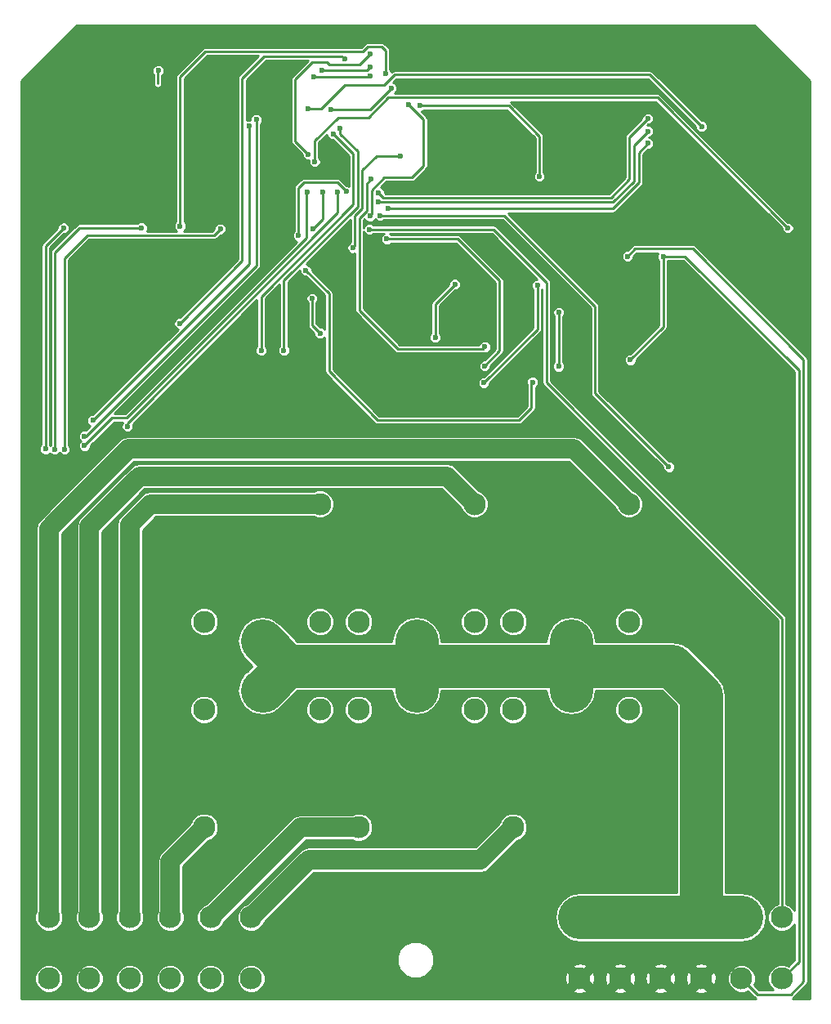
<source format=gbr>
G04 #@! TF.FileFunction,Copper,L2,Bot,Signal*
%FSLAX46Y46*%
G04 Gerber Fmt 4.6, Leading zero omitted, Abs format (unit mm)*
G04 Created by KiCad (PCBNEW 4.0.6) date 06/08/18 14:18:22*
%MOMM*%
%LPD*%
G01*
G04 APERTURE LIST*
%ADD10C,0.100000*%
%ADD11C,2.300000*%
%ADD12C,0.600000*%
%ADD13C,0.250000*%
%ADD14C,2.000000*%
%ADD15C,4.500000*%
%ADD16C,0.254000*%
G04 APERTURE END LIST*
D10*
D11*
X108451000Y-133282000D03*
X108451000Y-139632000D03*
X112641000Y-133282000D03*
X112641000Y-139632000D03*
X116831000Y-133282000D03*
X116831000Y-139632000D03*
X121021000Y-133282000D03*
X121021000Y-139632000D03*
X125211000Y-133282000D03*
X125211000Y-139632000D03*
X129401000Y-133282000D03*
X129401000Y-139632000D03*
X163451000Y-133282000D03*
X163451000Y-139632000D03*
X167641000Y-133282000D03*
X167641000Y-139632000D03*
X171831000Y-133282000D03*
X171831000Y-139632000D03*
X176021000Y-133282000D03*
X176021000Y-139632000D03*
X180211000Y-133282000D03*
X180211000Y-139632000D03*
X184401000Y-133282000D03*
X184401000Y-139632000D03*
X168532600Y-102652800D03*
X156532600Y-102652800D03*
X162532600Y-104652800D03*
X168532600Y-90452800D03*
X152532600Y-102652800D03*
X140532600Y-102652800D03*
X146532600Y-104652800D03*
X152532600Y-90452800D03*
X136532600Y-102652800D03*
X124532600Y-102652800D03*
X130532600Y-104652800D03*
X136532600Y-90452800D03*
X124532600Y-111752800D03*
X136532600Y-111752800D03*
X130532600Y-109752800D03*
X124532600Y-123952800D03*
X140532600Y-111752800D03*
X152532600Y-111752800D03*
X146532600Y-109752800D03*
X140532600Y-123952800D03*
X156532600Y-111752800D03*
X168532600Y-111752800D03*
X162532600Y-109752800D03*
X156532600Y-123952800D03*
D12*
X119780000Y-45570000D03*
X142630000Y-75490000D03*
X121700000Y-79980000D03*
X113460000Y-79570000D03*
X147500000Y-56980000D03*
X131860000Y-52630000D03*
X119750000Y-59460000D03*
X138990000Y-68760000D03*
X141750000Y-45170000D03*
X136750000Y-45520000D03*
X148480000Y-73190000D03*
X150500000Y-67700000D03*
X135930000Y-46240000D03*
X141770000Y-46130000D03*
X159260000Y-56520000D03*
X146880000Y-49200000D03*
X153500000Y-77910000D03*
X159060000Y-67810000D03*
X143930000Y-47370000D03*
X137630000Y-49580000D03*
X161280000Y-70610000D03*
X161260000Y-76200000D03*
X142620000Y-58220000D03*
X170510000Y-50520000D03*
X153620000Y-74180000D03*
X141830000Y-56820000D03*
X170520000Y-53090000D03*
X143570000Y-59870000D03*
X143470000Y-63000000D03*
X153580000Y-76160000D03*
X134280000Y-62650000D03*
X158560000Y-77830000D03*
X135070000Y-66260000D03*
X139290000Y-58090000D03*
X170480000Y-51840000D03*
X142590000Y-59190000D03*
X136820000Y-58110000D03*
X135800000Y-61980000D03*
X135710000Y-69170000D03*
X136540000Y-72760000D03*
X132800000Y-74540000D03*
X138620000Y-51580000D03*
X135300000Y-54220000D03*
X141770000Y-43850000D03*
X176080000Y-51350000D03*
X135270000Y-49530000D03*
X168700000Y-75520000D03*
X172090000Y-64820000D03*
X109960000Y-61860000D03*
X108100000Y-84770000D03*
X118060000Y-61850000D03*
X109040000Y-84790000D03*
X185010000Y-61870000D03*
X135990000Y-55000000D03*
X126200000Y-61970000D03*
X110050000Y-84810000D03*
X168400000Y-64790000D03*
X141670000Y-62000000D03*
X139940000Y-63920000D03*
X144850000Y-54400000D03*
X141710000Y-60630000D03*
X145690000Y-49070000D03*
X122040000Y-61660000D03*
X143340000Y-45900000D03*
X137890000Y-52100000D03*
X130450000Y-74570000D03*
X139090000Y-44340000D03*
X121990000Y-71750000D03*
X172670000Y-86610000D03*
X142760000Y-60600000D03*
X116570000Y-82420000D03*
X138390000Y-58160000D03*
X113000000Y-81800000D03*
X129210000Y-51290000D03*
X129930000Y-50640000D03*
X112120000Y-83440000D03*
X112140000Y-84410000D03*
X135180000Y-58140000D03*
D13*
X119720000Y-46910000D02*
X119720000Y-45630000D01*
X119720000Y-45630000D02*
X119780000Y-45570000D01*
X136750000Y-45520000D02*
X141400000Y-45520000D01*
X141400000Y-45520000D02*
X141750000Y-45170000D01*
X148480000Y-73190000D02*
X148480000Y-69720000D01*
X148480000Y-69720000D02*
X150500000Y-67700000D01*
X141660000Y-46240000D02*
X135930000Y-46240000D01*
X141770000Y-46130000D02*
X141660000Y-46240000D01*
X156100000Y-49200000D02*
X146880000Y-49200000D01*
X159260000Y-52360000D02*
X156100000Y-49200000D01*
X159260000Y-56520000D02*
X159260000Y-52360000D01*
X147970000Y-49200000D02*
X146880000Y-49200000D01*
X153500000Y-77910000D02*
X159060000Y-72350000D01*
X159060000Y-72350000D02*
X159060000Y-67810000D01*
X141720000Y-49580000D02*
X143930000Y-47370000D01*
X137630000Y-49580000D02*
X141720000Y-49580000D01*
X161260000Y-70630000D02*
X161280000Y-70610000D01*
X161260000Y-76200000D02*
X161260000Y-70630000D01*
X143130000Y-58730000D02*
X142620000Y-58220000D01*
X166670000Y-58730000D02*
X143130000Y-58730000D01*
X168580000Y-56820000D02*
X166670000Y-58730000D01*
X168580000Y-52450000D02*
X168580000Y-56820000D01*
X170510000Y-50520000D02*
X168580000Y-52450000D01*
X140610000Y-60840000D02*
X141380000Y-60070000D01*
X153620000Y-74180000D02*
X153390000Y-74410000D01*
X153390000Y-74410000D02*
X144630000Y-74410000D01*
X144630000Y-74410000D02*
X140610000Y-70390000D01*
X140610000Y-70390000D02*
X140610000Y-60840000D01*
X141380000Y-57270000D02*
X141830000Y-56820000D01*
X141380000Y-60070000D02*
X141380000Y-57270000D01*
X170520000Y-53090000D02*
X169570000Y-54040000D01*
X169570000Y-54040000D02*
X169570000Y-57160000D01*
X169570000Y-57160000D02*
X166860000Y-59870000D01*
X166860000Y-59870000D02*
X143570000Y-59870000D01*
X150820000Y-63000000D02*
X143470000Y-63000000D01*
X155140000Y-67320000D02*
X150820000Y-63000000D01*
X155140000Y-74600000D02*
X155140000Y-67320000D01*
X153580000Y-76160000D02*
X155140000Y-74600000D01*
X134280000Y-57720000D02*
X134840000Y-57160000D01*
X134280000Y-62650000D02*
X134280000Y-57720000D01*
X137460000Y-69490000D02*
X137460000Y-68650000D01*
X137460000Y-76720000D02*
X137460000Y-69490000D01*
X142510000Y-81770000D02*
X137460000Y-76720000D01*
X157170000Y-81770000D02*
X142510000Y-81770000D01*
X158440000Y-80500000D02*
X157170000Y-81770000D01*
X158440000Y-77950000D02*
X158440000Y-80500000D01*
X158560000Y-77830000D02*
X158440000Y-77950000D01*
X137460000Y-68650000D02*
X135070000Y-66260000D01*
X138360000Y-57160000D02*
X139290000Y-58090000D01*
X134840000Y-57160000D02*
X138360000Y-57160000D01*
X148230000Y-59190000D02*
X148230000Y-59190000D01*
X170480000Y-51840000D02*
X169040000Y-53280000D01*
X169040000Y-53280000D02*
X169040000Y-57053602D01*
X169040000Y-57053602D02*
X166903602Y-59190000D01*
X166903602Y-59190000D02*
X148230000Y-59190000D01*
X148230000Y-59190000D02*
X142590000Y-59190000D01*
X136820000Y-60960000D02*
X136820000Y-58110000D01*
X135800000Y-61980000D02*
X136820000Y-60960000D01*
X135710000Y-71930000D02*
X135710000Y-69170000D01*
X136540000Y-72760000D02*
X135710000Y-71930000D01*
X140430002Y-59669998D02*
X140430002Y-58180000D01*
X132800000Y-74540000D02*
X132800000Y-67300000D01*
X132800000Y-67300000D02*
X140430002Y-59669998D01*
X138620000Y-52110000D02*
X138620000Y-51580000D01*
X140430002Y-53920002D02*
X138620000Y-52110000D01*
X140430002Y-58180000D02*
X140430002Y-53920002D01*
X141770000Y-43850000D02*
X140650000Y-44970000D01*
X140650000Y-44970000D02*
X137510000Y-44970000D01*
X137510000Y-44970000D02*
X137250000Y-44710000D01*
X137250000Y-44710000D02*
X135730000Y-44710000D01*
X135730000Y-44710000D02*
X133970000Y-46470000D01*
X133970000Y-46470000D02*
X133970000Y-52890000D01*
X133970000Y-52890000D02*
X135300000Y-54220000D01*
X170720000Y-45990000D02*
X176080000Y-51350000D01*
X144280000Y-45990000D02*
X170720000Y-45990000D01*
X143190000Y-47080000D02*
X144280000Y-45990000D01*
X139110000Y-47080000D02*
X143190000Y-47080000D01*
X136660000Y-49530000D02*
X139110000Y-47080000D01*
X135270000Y-49530000D02*
X136660000Y-49530000D01*
X172090000Y-72130000D02*
X172090000Y-64820000D01*
X168700000Y-75520000D02*
X172090000Y-72130000D01*
X184401000Y-139632000D02*
X186160000Y-137873000D01*
X174370000Y-64820000D02*
X172090000Y-64820000D01*
X186160000Y-76610000D02*
X174370000Y-64820000D01*
X186160000Y-137873000D02*
X186160000Y-76610000D01*
D14*
X108451000Y-133282000D02*
X108451000Y-92999000D01*
X162829800Y-84750000D02*
X168532600Y-90452800D01*
X116700000Y-84750000D02*
X162829800Y-84750000D01*
X108451000Y-92999000D02*
X116700000Y-84750000D01*
X112641000Y-133282000D02*
X112641000Y-92789000D01*
X149669800Y-87590000D02*
X152532600Y-90452800D01*
X117840000Y-87590000D02*
X149669800Y-87590000D01*
X112641000Y-92789000D02*
X117840000Y-87590000D01*
X116831000Y-133282000D02*
X116831000Y-92609000D01*
X118987200Y-90452800D02*
X136532600Y-90452800D01*
X116831000Y-92609000D02*
X118987200Y-90452800D01*
X121021000Y-133282000D02*
X121021000Y-127464400D01*
X121021000Y-127464400D02*
X124532600Y-123952800D01*
D13*
X108100000Y-63720000D02*
X109960000Y-61860000D01*
X108100000Y-84770000D02*
X108100000Y-63720000D01*
D14*
X125211000Y-133282000D02*
X134540200Y-123952800D01*
X134540200Y-123952800D02*
X140532600Y-123952800D01*
D13*
X111620000Y-61850000D02*
X118060000Y-61850000D01*
X109040000Y-64430000D02*
X111620000Y-61850000D01*
X109040000Y-84790000D02*
X109040000Y-64430000D01*
X144130000Y-48360000D02*
X143610000Y-48360000D01*
X185010000Y-61870000D02*
X171500000Y-48360000D01*
X171500000Y-48360000D02*
X144130000Y-48360000D01*
X135990000Y-52820000D02*
X135990000Y-55000000D01*
X138400000Y-50410000D02*
X135990000Y-52820000D01*
X141560000Y-50410000D02*
X138400000Y-50410000D01*
X143610000Y-48360000D02*
X141560000Y-50410000D01*
X125530000Y-62640000D02*
X126200000Y-61970000D01*
X112400000Y-62640000D02*
X125530000Y-62640000D01*
X110050000Y-64990000D02*
X112400000Y-62640000D01*
X110050000Y-84810000D02*
X110050000Y-64990000D01*
D15*
X163451000Y-133282000D02*
X167641000Y-133282000D01*
X167641000Y-133282000D02*
X171831000Y-133282000D01*
X171831000Y-133282000D02*
X176021000Y-133282000D01*
X180211000Y-133282000D02*
X176021000Y-133282000D01*
X162532600Y-109752800D02*
X162532600Y-107250000D01*
X162532600Y-104652800D02*
X162532600Y-107250000D01*
X162500000Y-106750000D02*
X162500000Y-107250000D01*
X162500000Y-107217400D02*
X162500000Y-106750000D01*
X162532600Y-107250000D02*
X162500000Y-107217400D01*
X146532600Y-104652800D02*
X146532600Y-107250000D01*
X146532600Y-109752800D02*
X146532600Y-107250000D01*
X146250000Y-107750000D02*
X146250000Y-107250000D01*
X146250000Y-107532600D02*
X146250000Y-107750000D01*
X146532600Y-107250000D02*
X146250000Y-107532600D01*
X130532600Y-109752800D02*
X130627000Y-109752800D01*
X130627000Y-109752800D02*
X133129800Y-107250000D01*
X176021000Y-133282000D02*
X176021000Y-110271000D01*
X176021000Y-110271000D02*
X173000000Y-107250000D01*
X173000000Y-107250000D02*
X162500000Y-107250000D01*
X133129800Y-107250000D02*
X130532600Y-104652800D01*
X162500000Y-107250000D02*
X146250000Y-107250000D01*
X146250000Y-107250000D02*
X133129800Y-107250000D01*
D13*
X180211000Y-139632000D02*
X181839000Y-141260000D01*
X169180000Y-64010000D02*
X168400000Y-64790000D01*
X175180000Y-64010000D02*
X169180000Y-64010000D01*
X186640000Y-75470000D02*
X175180000Y-64010000D01*
X186640000Y-139950000D02*
X186640000Y-75470000D01*
X185330000Y-141260000D02*
X186640000Y-139950000D01*
X181839000Y-141260000D02*
X185330000Y-141260000D01*
X160005000Y-77905000D02*
X160005000Y-67505000D01*
X154500000Y-62000000D02*
X141670000Y-62000000D01*
X160005000Y-67505000D02*
X154500000Y-62000000D01*
X184401000Y-133282000D02*
X184401000Y-102301000D01*
X184401000Y-102301000D02*
X160005000Y-77905000D01*
D14*
X129401000Y-133282000D02*
X135363000Y-127320000D01*
X153165400Y-127320000D02*
X156532600Y-123952800D01*
X135363000Y-127320000D02*
X153165400Y-127320000D01*
D13*
X140159998Y-60576400D02*
X140920000Y-59816398D01*
X139940000Y-63920000D02*
X140159998Y-63700002D01*
X140159998Y-63700002D02*
X140159998Y-60576400D01*
X144810000Y-54440000D02*
X144850000Y-54400000D01*
X142370000Y-54440000D02*
X144810000Y-54440000D01*
X140920000Y-55890000D02*
X142370000Y-54440000D01*
X140920000Y-59816398D02*
X140920000Y-55890000D01*
X141710000Y-60630000D02*
X141880000Y-60460000D01*
X147260000Y-55080000D02*
X147260000Y-50640000D01*
X147260000Y-50640000D02*
X145690000Y-49070000D01*
X147260000Y-55400000D02*
X147260000Y-55080000D01*
X146050000Y-56610000D02*
X147260000Y-55400000D01*
X143210000Y-56610000D02*
X146050000Y-56610000D01*
X141880000Y-57940000D02*
X143210000Y-56610000D01*
X141880000Y-60460000D02*
X141880000Y-57940000D01*
X122040000Y-46220000D02*
X124670000Y-43590000D01*
X122040000Y-61660000D02*
X122040000Y-46220000D01*
X143340000Y-44000000D02*
X143340000Y-45900000D01*
X143340000Y-43490000D02*
X143340000Y-44000000D01*
X142960000Y-43110000D02*
X143340000Y-43490000D01*
X141440000Y-43110000D02*
X142960000Y-43110000D01*
X141000000Y-43550000D02*
X141440000Y-43110000D01*
X141000000Y-43590000D02*
X141000000Y-43550000D01*
X124670000Y-43590000D02*
X141000000Y-43590000D01*
X139980000Y-54190000D02*
X137890000Y-52100000D01*
X130450000Y-74570000D02*
X130450000Y-68980000D01*
X130450000Y-68980000D02*
X139980000Y-59450000D01*
X139980000Y-59450000D02*
X139980000Y-54190000D01*
X138810002Y-44060002D02*
X139090000Y-44340000D01*
X130769998Y-44060002D02*
X138810002Y-44060002D01*
X128460000Y-46370000D02*
X130769998Y-44060002D01*
X128460000Y-65280000D02*
X128460000Y-46370000D01*
X121990000Y-71750000D02*
X128460000Y-65280000D01*
X172670000Y-86610000D02*
X165010000Y-78950000D01*
X165010000Y-78950000D02*
X165010000Y-69960000D01*
X165010000Y-69960000D02*
X155780000Y-60730000D01*
X155650000Y-60600000D02*
X155780000Y-60730000D01*
X142760000Y-60600000D02*
X155650000Y-60600000D01*
X116570000Y-82420000D02*
X116570000Y-82100000D01*
X138390000Y-60280000D02*
X138390000Y-58160000D01*
X116570000Y-82100000D02*
X138390000Y-60280000D01*
X113000000Y-81800000D02*
X129200000Y-65600000D01*
X129200000Y-64760000D02*
X129210000Y-64760000D01*
X129200000Y-65600000D02*
X129200000Y-64760000D01*
X129210000Y-64760000D02*
X129210000Y-51290000D01*
X129930000Y-65770000D02*
X129930000Y-50640000D01*
X112260000Y-83440000D02*
X129930000Y-65770000D01*
X112120000Y-83440000D02*
X112260000Y-83440000D01*
X112140000Y-84410000D02*
X115020000Y-81530000D01*
X135150000Y-58170000D02*
X135180000Y-58140000D01*
X135150000Y-62883602D02*
X135150000Y-58170000D01*
X116503602Y-81530000D02*
X135150000Y-62883602D01*
X115020000Y-81530000D02*
X116503602Y-81530000D01*
D16*
G36*
X187304000Y-46649492D02*
X187304000Y-141680000D01*
X185490877Y-141680000D01*
X185502973Y-141677594D01*
X185649612Y-141579612D01*
X186959612Y-140269612D01*
X187057594Y-140122973D01*
X187092000Y-139950000D01*
X187092000Y-75470000D01*
X187057594Y-75297027D01*
X186959612Y-75150387D01*
X175499612Y-63690388D01*
X175352973Y-63592406D01*
X175180000Y-63558000D01*
X169180000Y-63558000D01*
X169007027Y-63592406D01*
X168860388Y-63690387D01*
X168387787Y-64162989D01*
X168275829Y-64162891D01*
X168045297Y-64258145D01*
X167868765Y-64434369D01*
X167773109Y-64664735D01*
X167772891Y-64914171D01*
X167868145Y-65144703D01*
X168044369Y-65321235D01*
X168274735Y-65416891D01*
X168524171Y-65417109D01*
X168754703Y-65321855D01*
X168931235Y-65145631D01*
X169026891Y-64915265D01*
X169026990Y-64802235D01*
X169367225Y-64462000D01*
X171561138Y-64462000D01*
X171558765Y-64464369D01*
X171463109Y-64694735D01*
X171462891Y-64944171D01*
X171558145Y-65174703D01*
X171638000Y-65254698D01*
X171638000Y-71942776D01*
X168687787Y-74892989D01*
X168575829Y-74892891D01*
X168345297Y-74988145D01*
X168168765Y-75164369D01*
X168073109Y-75394735D01*
X168072891Y-75644171D01*
X168168145Y-75874703D01*
X168344369Y-76051235D01*
X168574735Y-76146891D01*
X168824171Y-76147109D01*
X169054703Y-76051855D01*
X169231235Y-75875631D01*
X169326891Y-75645265D01*
X169326990Y-75532234D01*
X172409612Y-72449612D01*
X172507594Y-72302973D01*
X172542000Y-72130000D01*
X172542000Y-65272000D01*
X174182776Y-65272000D01*
X185708000Y-76797224D01*
X185708000Y-132577444D01*
X185653870Y-132446440D01*
X185238746Y-132030591D01*
X184853000Y-131870415D01*
X184853000Y-102301000D01*
X184818594Y-102128027D01*
X184720612Y-101981388D01*
X160457000Y-77717776D01*
X160457000Y-76324171D01*
X160632891Y-76324171D01*
X160728145Y-76554703D01*
X160904369Y-76731235D01*
X161134735Y-76826891D01*
X161384171Y-76827109D01*
X161614703Y-76731855D01*
X161791235Y-76555631D01*
X161886891Y-76325265D01*
X161887109Y-76075829D01*
X161791855Y-75845297D01*
X161712000Y-75765302D01*
X161712000Y-71064693D01*
X161811235Y-70965631D01*
X161906891Y-70735265D01*
X161907109Y-70485829D01*
X161811855Y-70255297D01*
X161635631Y-70078765D01*
X161405265Y-69983109D01*
X161155829Y-69982891D01*
X160925297Y-70078145D01*
X160748765Y-70254369D01*
X160653109Y-70484735D01*
X160652891Y-70734171D01*
X160748145Y-70964703D01*
X160808000Y-71024663D01*
X160808000Y-75765272D01*
X160728765Y-75844369D01*
X160633109Y-76074735D01*
X160632891Y-76324171D01*
X160457000Y-76324171D01*
X160457000Y-67505000D01*
X160422594Y-67332027D01*
X160386591Y-67278145D01*
X160324613Y-67185388D01*
X154819612Y-61680388D01*
X154672973Y-61582406D01*
X154500000Y-61548000D01*
X142104728Y-61548000D01*
X142025631Y-61468765D01*
X141795265Y-61373109D01*
X141545829Y-61372891D01*
X141315297Y-61468145D01*
X141138765Y-61644369D01*
X141062000Y-61829240D01*
X141062000Y-61027224D01*
X141156619Y-60932606D01*
X141178145Y-60984703D01*
X141354369Y-61161235D01*
X141584735Y-61256891D01*
X141834171Y-61257109D01*
X142064703Y-61161855D01*
X142241235Y-60985631D01*
X142246459Y-60973049D01*
X142404369Y-61131235D01*
X142634735Y-61226891D01*
X142884171Y-61227109D01*
X143114703Y-61131855D01*
X143194698Y-61052000D01*
X155462776Y-61052000D01*
X164558000Y-70147224D01*
X164558000Y-78950000D01*
X164592406Y-79122973D01*
X164690388Y-79269612D01*
X172042989Y-86622213D01*
X172042891Y-86734171D01*
X172138145Y-86964703D01*
X172314369Y-87141235D01*
X172544735Y-87236891D01*
X172794171Y-87237109D01*
X173024703Y-87141855D01*
X173201235Y-86965631D01*
X173296891Y-86735265D01*
X173297109Y-86485829D01*
X173201855Y-86255297D01*
X173025631Y-86078765D01*
X172795265Y-85983109D01*
X172682234Y-85983010D01*
X165462000Y-78762776D01*
X165462000Y-69960000D01*
X165427594Y-69787027D01*
X165329612Y-69640388D01*
X156011224Y-60322000D01*
X166860000Y-60322000D01*
X167032973Y-60287594D01*
X167179612Y-60189612D01*
X169889612Y-57479612D01*
X169987594Y-57332973D01*
X170022000Y-57160000D01*
X170022000Y-54227224D01*
X170532213Y-53717011D01*
X170644171Y-53717109D01*
X170874703Y-53621855D01*
X171051235Y-53445631D01*
X171146891Y-53215265D01*
X171147109Y-52965829D01*
X171051855Y-52735297D01*
X170875631Y-52558765D01*
X170645265Y-52463109D01*
X170613918Y-52463082D01*
X170834703Y-52371855D01*
X171011235Y-52195631D01*
X171106891Y-51965265D01*
X171107109Y-51715829D01*
X171011855Y-51485297D01*
X170835631Y-51308765D01*
X170605265Y-51213109D01*
X170456245Y-51212979D01*
X170522213Y-51147011D01*
X170634171Y-51147109D01*
X170864703Y-51051855D01*
X171041235Y-50875631D01*
X171136891Y-50645265D01*
X171137109Y-50395829D01*
X171041855Y-50165297D01*
X170865631Y-49988765D01*
X170635265Y-49893109D01*
X170385829Y-49892891D01*
X170155297Y-49988145D01*
X169978765Y-50164369D01*
X169883109Y-50394735D01*
X169883010Y-50507766D01*
X168260388Y-52130388D01*
X168162406Y-52277027D01*
X168128000Y-52450000D01*
X168128000Y-56632776D01*
X166482776Y-58278000D01*
X143317224Y-58278000D01*
X143247011Y-58207787D01*
X143247109Y-58095829D01*
X143151855Y-57865297D01*
X142975631Y-57688765D01*
X142830657Y-57628567D01*
X143397224Y-57062000D01*
X146050000Y-57062000D01*
X146222973Y-57027594D01*
X146369612Y-56929612D01*
X147579612Y-55719613D01*
X147677594Y-55572973D01*
X147685896Y-55531235D01*
X147712000Y-55400000D01*
X147712000Y-50640000D01*
X147677594Y-50467027D01*
X147579612Y-50320388D01*
X147062310Y-49803086D01*
X147234703Y-49731855D01*
X147314698Y-49652000D01*
X155912776Y-49652000D01*
X158808000Y-52547224D01*
X158808000Y-56085272D01*
X158728765Y-56164369D01*
X158633109Y-56394735D01*
X158632891Y-56644171D01*
X158728145Y-56874703D01*
X158904369Y-57051235D01*
X159134735Y-57146891D01*
X159384171Y-57147109D01*
X159614703Y-57051855D01*
X159791235Y-56875631D01*
X159886891Y-56645265D01*
X159887109Y-56395829D01*
X159791855Y-56165297D01*
X159712000Y-56085302D01*
X159712000Y-52360000D01*
X159677594Y-52187027D01*
X159579612Y-52040388D01*
X156419612Y-48880388D01*
X156317263Y-48812000D01*
X171312776Y-48812000D01*
X184382989Y-61882213D01*
X184382891Y-61994171D01*
X184478145Y-62224703D01*
X184654369Y-62401235D01*
X184884735Y-62496891D01*
X185134171Y-62497109D01*
X185364703Y-62401855D01*
X185541235Y-62225631D01*
X185636891Y-61995265D01*
X185637109Y-61745829D01*
X185541855Y-61515297D01*
X185365631Y-61338765D01*
X185135265Y-61243109D01*
X185022234Y-61243010D01*
X171819612Y-48040388D01*
X171672973Y-47942406D01*
X171500000Y-47908000D01*
X144269831Y-47908000D01*
X144284703Y-47901855D01*
X144461235Y-47725631D01*
X144556891Y-47495265D01*
X144557109Y-47245829D01*
X144461855Y-47015297D01*
X144285631Y-46838765D01*
X144133591Y-46775633D01*
X144467224Y-46442000D01*
X170532776Y-46442000D01*
X175452989Y-51362213D01*
X175452891Y-51474171D01*
X175548145Y-51704703D01*
X175724369Y-51881235D01*
X175954735Y-51976891D01*
X176204171Y-51977109D01*
X176434703Y-51881855D01*
X176611235Y-51705631D01*
X176706891Y-51475265D01*
X176707109Y-51225829D01*
X176611855Y-50995297D01*
X176435631Y-50818765D01*
X176205265Y-50723109D01*
X176092234Y-50723010D01*
X171039612Y-45670388D01*
X170892973Y-45572406D01*
X170720000Y-45538000D01*
X144280000Y-45538000D01*
X144107027Y-45572406D01*
X143960388Y-45670388D01*
X143934315Y-45696461D01*
X143871855Y-45545297D01*
X143792000Y-45465302D01*
X143792000Y-43490000D01*
X143757594Y-43317027D01*
X143659612Y-43170388D01*
X143279612Y-42790388D01*
X143132973Y-42692406D01*
X142960000Y-42658000D01*
X141440000Y-42658000D01*
X141267027Y-42692406D01*
X141120388Y-42790388D01*
X140772776Y-43138000D01*
X124670000Y-43138000D01*
X124497027Y-43172406D01*
X124350388Y-43270388D01*
X121720388Y-45900388D01*
X121622406Y-46047027D01*
X121588000Y-46220000D01*
X121588000Y-61225272D01*
X121508765Y-61304369D01*
X121413109Y-61534735D01*
X121412891Y-61784171D01*
X121508145Y-62014703D01*
X121681140Y-62188000D01*
X118598556Y-62188000D01*
X118686891Y-61975265D01*
X118687109Y-61725829D01*
X118591855Y-61495297D01*
X118415631Y-61318765D01*
X118185265Y-61223109D01*
X117935829Y-61222891D01*
X117705297Y-61318145D01*
X117625302Y-61398000D01*
X111620000Y-61398000D01*
X111447027Y-61432406D01*
X111300388Y-61530388D01*
X108720388Y-64110388D01*
X108622406Y-64257027D01*
X108588000Y-64430000D01*
X108588000Y-84355272D01*
X108579953Y-84363305D01*
X108552000Y-84335302D01*
X108552000Y-63907224D01*
X109972213Y-62487011D01*
X110084171Y-62487109D01*
X110314703Y-62391855D01*
X110491235Y-62215631D01*
X110586891Y-61985265D01*
X110587109Y-61735829D01*
X110491855Y-61505297D01*
X110315631Y-61328765D01*
X110085265Y-61233109D01*
X109835829Y-61232891D01*
X109605297Y-61328145D01*
X109428765Y-61504369D01*
X109333109Y-61734735D01*
X109333010Y-61847766D01*
X107780388Y-63400388D01*
X107682406Y-63547027D01*
X107648000Y-63720000D01*
X107648000Y-84335272D01*
X107568765Y-84414369D01*
X107473109Y-84644735D01*
X107472891Y-84894171D01*
X107568145Y-85124703D01*
X107744369Y-85301235D01*
X107974735Y-85396891D01*
X108224171Y-85397109D01*
X108454703Y-85301855D01*
X108560047Y-85196695D01*
X108684369Y-85321235D01*
X108914735Y-85416891D01*
X109164171Y-85417109D01*
X109394703Y-85321855D01*
X109535108Y-85181695D01*
X109694369Y-85341235D01*
X109924735Y-85436891D01*
X110174171Y-85437109D01*
X110404703Y-85341855D01*
X110581235Y-85165631D01*
X110676891Y-84935265D01*
X110677109Y-84685829D01*
X110581855Y-84455297D01*
X110502000Y-84375302D01*
X110502000Y-65177224D01*
X112587224Y-63092000D01*
X125530000Y-63092000D01*
X125702973Y-63057594D01*
X125849612Y-62959612D01*
X126212213Y-62597011D01*
X126324171Y-62597109D01*
X126554703Y-62501855D01*
X126731235Y-62325631D01*
X126826891Y-62095265D01*
X126827109Y-61845829D01*
X126731855Y-61615297D01*
X126555631Y-61438765D01*
X126325265Y-61343109D01*
X126075829Y-61342891D01*
X125845297Y-61438145D01*
X125668765Y-61614369D01*
X125573109Y-61844735D01*
X125573010Y-61957766D01*
X125342776Y-62188000D01*
X122398565Y-62188000D01*
X122571235Y-62015631D01*
X122666891Y-61785265D01*
X122667109Y-61535829D01*
X122571855Y-61305297D01*
X122492000Y-61225302D01*
X122492000Y-46407224D01*
X124857224Y-44042000D01*
X130148775Y-44042000D01*
X128140388Y-46050388D01*
X128042406Y-46197027D01*
X128008000Y-46370000D01*
X128008000Y-65092776D01*
X121977787Y-71122989D01*
X121865829Y-71122891D01*
X121635297Y-71218145D01*
X121458765Y-71394369D01*
X121363109Y-71624735D01*
X121362891Y-71874171D01*
X121458145Y-72104703D01*
X121634369Y-72281235D01*
X121807607Y-72353169D01*
X112987787Y-81172989D01*
X112875829Y-81172891D01*
X112645297Y-81268145D01*
X112468765Y-81444369D01*
X112373109Y-81674735D01*
X112372891Y-81924171D01*
X112468145Y-82154703D01*
X112644369Y-82331235D01*
X112704551Y-82356225D01*
X112246962Y-82813814D01*
X112245265Y-82813109D01*
X111995829Y-82812891D01*
X111765297Y-82908145D01*
X111588765Y-83084369D01*
X111493109Y-83314735D01*
X111492891Y-83564171D01*
X111588145Y-83794703D01*
X111728270Y-83935073D01*
X111608765Y-84054369D01*
X111513109Y-84284735D01*
X111512891Y-84534171D01*
X111608145Y-84764703D01*
X111784369Y-84941235D01*
X112014735Y-85036891D01*
X112264171Y-85037109D01*
X112494703Y-84941855D01*
X112671235Y-84765631D01*
X112766891Y-84535265D01*
X112766990Y-84422234D01*
X115207224Y-81982000D01*
X116121278Y-81982000D01*
X116038765Y-82064369D01*
X115943109Y-82294735D01*
X115942891Y-82544171D01*
X116038145Y-82774703D01*
X116214369Y-82951235D01*
X116444735Y-83046891D01*
X116694171Y-83047109D01*
X116924703Y-82951855D01*
X117101235Y-82775631D01*
X117196891Y-82545265D01*
X117197109Y-82295829D01*
X117143394Y-82165830D01*
X129998000Y-69311224D01*
X129998000Y-74135272D01*
X129918765Y-74214369D01*
X129823109Y-74444735D01*
X129822891Y-74694171D01*
X129918145Y-74924703D01*
X130094369Y-75101235D01*
X130324735Y-75196891D01*
X130574171Y-75197109D01*
X130804703Y-75101855D01*
X130981235Y-74925631D01*
X131076891Y-74695265D01*
X131077109Y-74445829D01*
X130981855Y-74215297D01*
X130902000Y-74135302D01*
X130902000Y-69167224D01*
X132348000Y-67721224D01*
X132348000Y-74105272D01*
X132268765Y-74184369D01*
X132173109Y-74414735D01*
X132172891Y-74664171D01*
X132268145Y-74894703D01*
X132444369Y-75071235D01*
X132674735Y-75166891D01*
X132924171Y-75167109D01*
X133154703Y-75071855D01*
X133331235Y-74895631D01*
X133426891Y-74665265D01*
X133427109Y-74415829D01*
X133331855Y-74185297D01*
X133252000Y-74105302D01*
X133252000Y-67487224D01*
X134442968Y-66296256D01*
X134442891Y-66384171D01*
X134538145Y-66614703D01*
X134714369Y-66791235D01*
X134944735Y-66886891D01*
X135057766Y-66886990D01*
X137008000Y-68837225D01*
X137008000Y-72341330D01*
X136895631Y-72228765D01*
X136665265Y-72133109D01*
X136552234Y-72133010D01*
X136162000Y-71742776D01*
X136162000Y-69604728D01*
X136241235Y-69525631D01*
X136336891Y-69295265D01*
X136337109Y-69045829D01*
X136241855Y-68815297D01*
X136065631Y-68638765D01*
X135835265Y-68543109D01*
X135585829Y-68542891D01*
X135355297Y-68638145D01*
X135178765Y-68814369D01*
X135083109Y-69044735D01*
X135082891Y-69294171D01*
X135178145Y-69524703D01*
X135258000Y-69604698D01*
X135258000Y-71930000D01*
X135292406Y-72102973D01*
X135390388Y-72249612D01*
X135912989Y-72772213D01*
X135912891Y-72884171D01*
X136008145Y-73114703D01*
X136184369Y-73291235D01*
X136414735Y-73386891D01*
X136664171Y-73387109D01*
X136894703Y-73291855D01*
X137008000Y-73178756D01*
X137008000Y-76720000D01*
X137042406Y-76892973D01*
X137140388Y-77039612D01*
X142190387Y-82089612D01*
X142337026Y-82187594D01*
X142365724Y-82193302D01*
X142510000Y-82222000D01*
X157170000Y-82222000D01*
X157342973Y-82187594D01*
X157489612Y-82089612D01*
X158759612Y-80819612D01*
X158857594Y-80672973D01*
X158892000Y-80500000D01*
X158892000Y-78371236D01*
X158914703Y-78361855D01*
X159091235Y-78185631D01*
X159186891Y-77955265D01*
X159187109Y-77705829D01*
X159091855Y-77475297D01*
X158915631Y-77298765D01*
X158685265Y-77203109D01*
X158435829Y-77202891D01*
X158205297Y-77298145D01*
X158028765Y-77474369D01*
X157933109Y-77704735D01*
X157932891Y-77954171D01*
X157988000Y-78087545D01*
X157988000Y-80312776D01*
X156982776Y-81318000D01*
X142697225Y-81318000D01*
X137912000Y-76532776D01*
X137912000Y-68650000D01*
X137877594Y-68477027D01*
X137779612Y-68330387D01*
X135697011Y-66247787D01*
X135697109Y-66135829D01*
X135601855Y-65905297D01*
X135425631Y-65728765D01*
X135195265Y-65633109D01*
X135106193Y-65633031D01*
X139707998Y-61031226D01*
X139707998Y-63337446D01*
X139585297Y-63388145D01*
X139408765Y-63564369D01*
X139313109Y-63794735D01*
X139312891Y-64044171D01*
X139408145Y-64274703D01*
X139584369Y-64451235D01*
X139814735Y-64546891D01*
X140064171Y-64547109D01*
X140158000Y-64508340D01*
X140158000Y-70390000D01*
X140192406Y-70562973D01*
X140290388Y-70709612D01*
X144310388Y-74729613D01*
X144426043Y-74806891D01*
X144457027Y-74827594D01*
X144630000Y-74862000D01*
X153390000Y-74862000D01*
X153562973Y-74827594D01*
X153593827Y-74806978D01*
X153744171Y-74807109D01*
X153974703Y-74711855D01*
X154151235Y-74535631D01*
X154246891Y-74305265D01*
X154247109Y-74055829D01*
X154151855Y-73825297D01*
X153975631Y-73648765D01*
X153745265Y-73553109D01*
X153495829Y-73552891D01*
X153265297Y-73648145D01*
X153088765Y-73824369D01*
X153033277Y-73958000D01*
X144817225Y-73958000D01*
X144173396Y-73314171D01*
X147852891Y-73314171D01*
X147948145Y-73544703D01*
X148124369Y-73721235D01*
X148354735Y-73816891D01*
X148604171Y-73817109D01*
X148834703Y-73721855D01*
X149011235Y-73545631D01*
X149106891Y-73315265D01*
X149107109Y-73065829D01*
X149011855Y-72835297D01*
X148932000Y-72755302D01*
X148932000Y-69907224D01*
X150512214Y-68327011D01*
X150624171Y-68327109D01*
X150854703Y-68231855D01*
X151031235Y-68055631D01*
X151126891Y-67825265D01*
X151127109Y-67575829D01*
X151031855Y-67345297D01*
X150855631Y-67168765D01*
X150625265Y-67073109D01*
X150375829Y-67072891D01*
X150145297Y-67168145D01*
X149968765Y-67344369D01*
X149873109Y-67574735D01*
X149873010Y-67687765D01*
X148160388Y-69400388D01*
X148062406Y-69547027D01*
X148028000Y-69720000D01*
X148028000Y-72755272D01*
X147948765Y-72834369D01*
X147853109Y-73064735D01*
X147852891Y-73314171D01*
X144173396Y-73314171D01*
X141062000Y-70202776D01*
X141062000Y-62170418D01*
X141138145Y-62354703D01*
X141314369Y-62531235D01*
X141544735Y-62626891D01*
X141794171Y-62627109D01*
X142024703Y-62531855D01*
X142104698Y-62452000D01*
X143154371Y-62452000D01*
X143115297Y-62468145D01*
X142938765Y-62644369D01*
X142843109Y-62874735D01*
X142842891Y-63124171D01*
X142938145Y-63354703D01*
X143114369Y-63531235D01*
X143344735Y-63626891D01*
X143594171Y-63627109D01*
X143824703Y-63531855D01*
X143904698Y-63452000D01*
X150632776Y-63452000D01*
X154688000Y-67507225D01*
X154688000Y-74412776D01*
X153567787Y-75532989D01*
X153455829Y-75532891D01*
X153225297Y-75628145D01*
X153048765Y-75804369D01*
X152953109Y-76034735D01*
X152952891Y-76284171D01*
X153048145Y-76514703D01*
X153224369Y-76691235D01*
X153454735Y-76786891D01*
X153704171Y-76787109D01*
X153934703Y-76691855D01*
X154111235Y-76515631D01*
X154206891Y-76285265D01*
X154206990Y-76172234D01*
X155459612Y-74919612D01*
X155557594Y-74772973D01*
X155592000Y-74600000D01*
X155592000Y-67320000D01*
X155557594Y-67147027D01*
X155544230Y-67127027D01*
X155459613Y-67000388D01*
X151139612Y-62680388D01*
X150992973Y-62582406D01*
X150820000Y-62548000D01*
X143904728Y-62548000D01*
X143825631Y-62468765D01*
X143785256Y-62452000D01*
X154312776Y-62452000D01*
X159043760Y-67182985D01*
X158935829Y-67182891D01*
X158705297Y-67278145D01*
X158528765Y-67454369D01*
X158433109Y-67684735D01*
X158432891Y-67934171D01*
X158528145Y-68164703D01*
X158608000Y-68244698D01*
X158608000Y-72162775D01*
X153487787Y-77282989D01*
X153375829Y-77282891D01*
X153145297Y-77378145D01*
X152968765Y-77554369D01*
X152873109Y-77784735D01*
X152872891Y-78034171D01*
X152968145Y-78264703D01*
X153144369Y-78441235D01*
X153374735Y-78536891D01*
X153624171Y-78537109D01*
X153854703Y-78441855D01*
X154031235Y-78265631D01*
X154126891Y-78035265D01*
X154126990Y-77922234D01*
X159379612Y-72669613D01*
X159477594Y-72522973D01*
X159492186Y-72449612D01*
X159512000Y-72350000D01*
X159512000Y-68244728D01*
X159553000Y-68203799D01*
X159553000Y-77905000D01*
X159587406Y-78077973D01*
X159685388Y-78224612D01*
X183949000Y-102488224D01*
X183949000Y-131870646D01*
X183565440Y-132029130D01*
X183149591Y-132444254D01*
X182924257Y-132986918D01*
X182923744Y-133574505D01*
X183148130Y-134117560D01*
X183563254Y-134533409D01*
X184105918Y-134758743D01*
X184693505Y-134759256D01*
X185236560Y-134534870D01*
X185652409Y-134119746D01*
X185708000Y-133985868D01*
X185708000Y-137685775D01*
X185079365Y-138314410D01*
X184696082Y-138155257D01*
X184108495Y-138154744D01*
X183565440Y-138379130D01*
X183149591Y-138794254D01*
X182924257Y-139336918D01*
X182923744Y-139924505D01*
X183148130Y-140467560D01*
X183487976Y-140808000D01*
X182026224Y-140808000D01*
X181528590Y-140310366D01*
X181687743Y-139927082D01*
X181688256Y-139339495D01*
X181463870Y-138796440D01*
X181048746Y-138380591D01*
X180506082Y-138155257D01*
X179918495Y-138154744D01*
X179375440Y-138379130D01*
X178959591Y-138794254D01*
X178734257Y-139336918D01*
X178733744Y-139924505D01*
X178958130Y-140467560D01*
X179373254Y-140883409D01*
X179915918Y-141108743D01*
X180503505Y-141109256D01*
X180889530Y-140949754D01*
X181519388Y-141579612D01*
X181666027Y-141677594D01*
X181678123Y-141680000D01*
X105558000Y-141680000D01*
X105558000Y-139924505D01*
X106973744Y-139924505D01*
X107198130Y-140467560D01*
X107613254Y-140883409D01*
X108155918Y-141108743D01*
X108743505Y-141109256D01*
X109286560Y-140884870D01*
X109702409Y-140469746D01*
X109927743Y-139927082D01*
X109927745Y-139924505D01*
X111163744Y-139924505D01*
X111388130Y-140467560D01*
X111803254Y-140883409D01*
X112345918Y-141108743D01*
X112933505Y-141109256D01*
X113476560Y-140884870D01*
X113892409Y-140469746D01*
X114117743Y-139927082D01*
X114117745Y-139924505D01*
X115353744Y-139924505D01*
X115578130Y-140467560D01*
X115993254Y-140883409D01*
X116535918Y-141108743D01*
X117123505Y-141109256D01*
X117666560Y-140884870D01*
X118082409Y-140469746D01*
X118307743Y-139927082D01*
X118307745Y-139924505D01*
X119543744Y-139924505D01*
X119768130Y-140467560D01*
X120183254Y-140883409D01*
X120725918Y-141108743D01*
X121313505Y-141109256D01*
X121856560Y-140884870D01*
X122272409Y-140469746D01*
X122497743Y-139927082D01*
X122497745Y-139924505D01*
X123733744Y-139924505D01*
X123958130Y-140467560D01*
X124373254Y-140883409D01*
X124915918Y-141108743D01*
X125503505Y-141109256D01*
X126046560Y-140884870D01*
X126462409Y-140469746D01*
X126687743Y-139927082D01*
X126687745Y-139924505D01*
X127923744Y-139924505D01*
X128148130Y-140467560D01*
X128563254Y-140883409D01*
X129105918Y-141108743D01*
X129693505Y-141109256D01*
X130142025Y-140923931D01*
X162686571Y-140923931D01*
X162833448Y-141116572D01*
X163448577Y-141239893D01*
X164064076Y-141118426D01*
X164068552Y-141116572D01*
X164215429Y-140923931D01*
X166876571Y-140923931D01*
X167023448Y-141116572D01*
X167638577Y-141239893D01*
X168254076Y-141118426D01*
X168258552Y-141116572D01*
X168405429Y-140923931D01*
X171066571Y-140923931D01*
X171213448Y-141116572D01*
X171828577Y-141239893D01*
X172444076Y-141118426D01*
X172448552Y-141116572D01*
X172595429Y-140923931D01*
X175256571Y-140923931D01*
X175403448Y-141116572D01*
X176018577Y-141239893D01*
X176634076Y-141118426D01*
X176638552Y-141116572D01*
X176785429Y-140923931D01*
X176021000Y-140159502D01*
X175256571Y-140923931D01*
X172595429Y-140923931D01*
X171831000Y-140159502D01*
X171066571Y-140923931D01*
X168405429Y-140923931D01*
X167641000Y-140159502D01*
X166876571Y-140923931D01*
X164215429Y-140923931D01*
X163451000Y-140159502D01*
X162686571Y-140923931D01*
X130142025Y-140923931D01*
X130236560Y-140884870D01*
X130652409Y-140469746D01*
X130877743Y-139927082D01*
X130878002Y-139629577D01*
X161843107Y-139629577D01*
X161964574Y-140245076D01*
X161966428Y-140249552D01*
X162159069Y-140396429D01*
X162923498Y-139632000D01*
X163978502Y-139632000D01*
X164742931Y-140396429D01*
X164935572Y-140249552D01*
X165058893Y-139634423D01*
X165057937Y-139629577D01*
X166033107Y-139629577D01*
X166154574Y-140245076D01*
X166156428Y-140249552D01*
X166349069Y-140396429D01*
X167113498Y-139632000D01*
X168168502Y-139632000D01*
X168932931Y-140396429D01*
X169125572Y-140249552D01*
X169248893Y-139634423D01*
X169247937Y-139629577D01*
X170223107Y-139629577D01*
X170344574Y-140245076D01*
X170346428Y-140249552D01*
X170539069Y-140396429D01*
X171303498Y-139632000D01*
X172358502Y-139632000D01*
X173122931Y-140396429D01*
X173315572Y-140249552D01*
X173438893Y-139634423D01*
X173437937Y-139629577D01*
X174413107Y-139629577D01*
X174534574Y-140245076D01*
X174536428Y-140249552D01*
X174729069Y-140396429D01*
X175493498Y-139632000D01*
X176548502Y-139632000D01*
X177312931Y-140396429D01*
X177505572Y-140249552D01*
X177628893Y-139634423D01*
X177507426Y-139018924D01*
X177505572Y-139014448D01*
X177312931Y-138867571D01*
X176548502Y-139632000D01*
X175493498Y-139632000D01*
X174729069Y-138867571D01*
X174536428Y-139014448D01*
X174413107Y-139629577D01*
X173437937Y-139629577D01*
X173317426Y-139018924D01*
X173315572Y-139014448D01*
X173122931Y-138867571D01*
X172358502Y-139632000D01*
X171303498Y-139632000D01*
X170539069Y-138867571D01*
X170346428Y-139014448D01*
X170223107Y-139629577D01*
X169247937Y-139629577D01*
X169127426Y-139018924D01*
X169125572Y-139014448D01*
X168932931Y-138867571D01*
X168168502Y-139632000D01*
X167113498Y-139632000D01*
X166349069Y-138867571D01*
X166156428Y-139014448D01*
X166033107Y-139629577D01*
X165057937Y-139629577D01*
X164937426Y-139018924D01*
X164935572Y-139014448D01*
X164742931Y-138867571D01*
X163978502Y-139632000D01*
X162923498Y-139632000D01*
X162159069Y-138867571D01*
X161966428Y-139014448D01*
X161843107Y-139629577D01*
X130878002Y-139629577D01*
X130878256Y-139339495D01*
X130653870Y-138796440D01*
X130238746Y-138380591D01*
X129696082Y-138155257D01*
X129108495Y-138154744D01*
X128565440Y-138379130D01*
X128149591Y-138794254D01*
X127924257Y-139336918D01*
X127923744Y-139924505D01*
X126687745Y-139924505D01*
X126688256Y-139339495D01*
X126463870Y-138796440D01*
X126048746Y-138380591D01*
X125506082Y-138155257D01*
X124918495Y-138154744D01*
X124375440Y-138379130D01*
X123959591Y-138794254D01*
X123734257Y-139336918D01*
X123733744Y-139924505D01*
X122497745Y-139924505D01*
X122498256Y-139339495D01*
X122273870Y-138796440D01*
X121858746Y-138380591D01*
X121316082Y-138155257D01*
X120728495Y-138154744D01*
X120185440Y-138379130D01*
X119769591Y-138794254D01*
X119544257Y-139336918D01*
X119543744Y-139924505D01*
X118307745Y-139924505D01*
X118308256Y-139339495D01*
X118083870Y-138796440D01*
X117668746Y-138380591D01*
X117126082Y-138155257D01*
X116538495Y-138154744D01*
X115995440Y-138379130D01*
X115579591Y-138794254D01*
X115354257Y-139336918D01*
X115353744Y-139924505D01*
X114117745Y-139924505D01*
X114118256Y-139339495D01*
X113893870Y-138796440D01*
X113478746Y-138380591D01*
X112936082Y-138155257D01*
X112348495Y-138154744D01*
X111805440Y-138379130D01*
X111389591Y-138794254D01*
X111164257Y-139336918D01*
X111163744Y-139924505D01*
X109927745Y-139924505D01*
X109928256Y-139339495D01*
X109703870Y-138796440D01*
X109288746Y-138380591D01*
X108746082Y-138155257D01*
X108158495Y-138154744D01*
X107615440Y-138379130D01*
X107199591Y-138794254D01*
X106974257Y-139336918D01*
X106973744Y-139924505D01*
X105558000Y-139924505D01*
X105558000Y-138053622D01*
X144503666Y-138053622D01*
X144796416Y-138762132D01*
X145338017Y-139304678D01*
X146046014Y-139598665D01*
X146812622Y-139599334D01*
X147521132Y-139306584D01*
X148063678Y-138764983D01*
X148240118Y-138340069D01*
X162686571Y-138340069D01*
X163451000Y-139104498D01*
X164215429Y-138340069D01*
X166876571Y-138340069D01*
X167641000Y-139104498D01*
X168405429Y-138340069D01*
X171066571Y-138340069D01*
X171831000Y-139104498D01*
X172595429Y-138340069D01*
X175256571Y-138340069D01*
X176021000Y-139104498D01*
X176785429Y-138340069D01*
X176638552Y-138147428D01*
X176023423Y-138024107D01*
X175407924Y-138145574D01*
X175403448Y-138147428D01*
X175256571Y-138340069D01*
X172595429Y-138340069D01*
X172448552Y-138147428D01*
X171833423Y-138024107D01*
X171217924Y-138145574D01*
X171213448Y-138147428D01*
X171066571Y-138340069D01*
X168405429Y-138340069D01*
X168258552Y-138147428D01*
X167643423Y-138024107D01*
X167027924Y-138145574D01*
X167023448Y-138147428D01*
X166876571Y-138340069D01*
X164215429Y-138340069D01*
X164068552Y-138147428D01*
X163453423Y-138024107D01*
X162837924Y-138145574D01*
X162833448Y-138147428D01*
X162686571Y-138340069D01*
X148240118Y-138340069D01*
X148357665Y-138056986D01*
X148358334Y-137290378D01*
X148065584Y-136581868D01*
X147523983Y-136039322D01*
X146815986Y-135745335D01*
X146049378Y-135744666D01*
X145340868Y-136037416D01*
X144798322Y-136579017D01*
X144504335Y-137287014D01*
X144503666Y-138053622D01*
X105558000Y-138053622D01*
X105558000Y-133574505D01*
X106973744Y-133574505D01*
X107198130Y-134117560D01*
X107613254Y-134533409D01*
X108155918Y-134758743D01*
X108743505Y-134759256D01*
X109286560Y-134534870D01*
X109702409Y-134119746D01*
X109927743Y-133577082D01*
X109927745Y-133574505D01*
X111163744Y-133574505D01*
X111388130Y-134117560D01*
X111803254Y-134533409D01*
X112345918Y-134758743D01*
X112933505Y-134759256D01*
X113476560Y-134534870D01*
X113892409Y-134119746D01*
X114117743Y-133577082D01*
X114117745Y-133574505D01*
X115353744Y-133574505D01*
X115578130Y-134117560D01*
X115993254Y-134533409D01*
X116535918Y-134758743D01*
X117123505Y-134759256D01*
X117666560Y-134534870D01*
X118082409Y-134119746D01*
X118307743Y-133577082D01*
X118307745Y-133574505D01*
X119543744Y-133574505D01*
X119768130Y-134117560D01*
X120183254Y-134533409D01*
X120725918Y-134758743D01*
X121313505Y-134759256D01*
X121856560Y-134534870D01*
X122272409Y-134119746D01*
X122497743Y-133577082D01*
X122497745Y-133574505D01*
X123733744Y-133574505D01*
X123958130Y-134117560D01*
X124373254Y-134533409D01*
X124915918Y-134758743D01*
X125503505Y-134759256D01*
X126046560Y-134534870D01*
X126462409Y-134119746D01*
X126613299Y-133756363D01*
X126795157Y-133574505D01*
X127923744Y-133574505D01*
X128148130Y-134117560D01*
X128563254Y-134533409D01*
X129105918Y-134758743D01*
X129693505Y-134759256D01*
X130236560Y-134534870D01*
X130652409Y-134119746D01*
X130803299Y-133756363D01*
X135912662Y-128647000D01*
X153165400Y-128647000D01*
X153673221Y-128545988D01*
X154103731Y-128258331D01*
X157007279Y-125354783D01*
X157368160Y-125205670D01*
X157784009Y-124790546D01*
X158009343Y-124247882D01*
X158009856Y-123660295D01*
X157785470Y-123117240D01*
X157370346Y-122701391D01*
X156827682Y-122476057D01*
X156240095Y-122475544D01*
X155697040Y-122699930D01*
X155281191Y-123115054D01*
X155130301Y-123478437D01*
X152615738Y-125993000D01*
X135363000Y-125993000D01*
X134855179Y-126094012D01*
X134424669Y-126381669D01*
X128926321Y-131880017D01*
X128565440Y-132029130D01*
X128149591Y-132444254D01*
X127924257Y-132986918D01*
X127923744Y-133574505D01*
X126795157Y-133574505D01*
X135089862Y-125279800D01*
X139876897Y-125279800D01*
X140237518Y-125429543D01*
X140825105Y-125430056D01*
X141368160Y-125205670D01*
X141784009Y-124790546D01*
X142009343Y-124247882D01*
X142009856Y-123660295D01*
X141785470Y-123117240D01*
X141370346Y-122701391D01*
X140827682Y-122476057D01*
X140240095Y-122475544D01*
X139876448Y-122625800D01*
X134540200Y-122625800D01*
X134032379Y-122726812D01*
X133601869Y-123014469D01*
X124736321Y-131880017D01*
X124375440Y-132029130D01*
X123959591Y-132444254D01*
X123734257Y-132986918D01*
X123733744Y-133574505D01*
X122497745Y-133574505D01*
X122498256Y-132989495D01*
X122348000Y-132625848D01*
X122348000Y-128014062D01*
X125007277Y-125354784D01*
X125368160Y-125205670D01*
X125784009Y-124790546D01*
X126009343Y-124247882D01*
X126009856Y-123660295D01*
X125785470Y-123117240D01*
X125370346Y-122701391D01*
X124827682Y-122476057D01*
X124240095Y-122475544D01*
X123697040Y-122699930D01*
X123281191Y-123115054D01*
X123130300Y-123478438D01*
X120082669Y-126526069D01*
X119795012Y-126956579D01*
X119694000Y-127464400D01*
X119694000Y-132626297D01*
X119544257Y-132986918D01*
X119543744Y-133574505D01*
X118307745Y-133574505D01*
X118308256Y-132989495D01*
X118158000Y-132625848D01*
X118158000Y-112045305D01*
X123055344Y-112045305D01*
X123279730Y-112588360D01*
X123694854Y-113004209D01*
X124237518Y-113229543D01*
X124825105Y-113230056D01*
X125368160Y-113005670D01*
X125784009Y-112590546D01*
X126009343Y-112047882D01*
X126009856Y-111460295D01*
X125785470Y-110917240D01*
X125370346Y-110501391D01*
X124827682Y-110276057D01*
X124240095Y-110275544D01*
X123697040Y-110499930D01*
X123281191Y-110915054D01*
X123055857Y-111457718D01*
X123055344Y-112045305D01*
X118158000Y-112045305D01*
X118158000Y-104652800D01*
X127955600Y-104652800D01*
X128151762Y-105638976D01*
X128710386Y-106475014D01*
X129485372Y-107250000D01*
X128994877Y-107740495D01*
X128710386Y-107930586D01*
X128151762Y-108766625D01*
X127955600Y-109752800D01*
X128151762Y-110738975D01*
X128710386Y-111575014D01*
X129546425Y-112133638D01*
X130532600Y-112329800D01*
X130627000Y-112329800D01*
X131613176Y-112133638D01*
X131745375Y-112045305D01*
X135055344Y-112045305D01*
X135279730Y-112588360D01*
X135694854Y-113004209D01*
X136237518Y-113229543D01*
X136825105Y-113230056D01*
X137368160Y-113005670D01*
X137784009Y-112590546D01*
X138009343Y-112047882D01*
X138009345Y-112045305D01*
X139055344Y-112045305D01*
X139279730Y-112588360D01*
X139694854Y-113004209D01*
X140237518Y-113229543D01*
X140825105Y-113230056D01*
X141368160Y-113005670D01*
X141784009Y-112590546D01*
X142009343Y-112047882D01*
X142009856Y-111460295D01*
X141785470Y-110917240D01*
X141370346Y-110501391D01*
X140827682Y-110276057D01*
X140240095Y-110275544D01*
X139697040Y-110499930D01*
X139281191Y-110915054D01*
X139055857Y-111457718D01*
X139055344Y-112045305D01*
X138009345Y-112045305D01*
X138009856Y-111460295D01*
X137785470Y-110917240D01*
X137370346Y-110501391D01*
X136827682Y-110276057D01*
X136240095Y-110275544D01*
X135697040Y-110499930D01*
X135281191Y-110915054D01*
X135055857Y-111457718D01*
X135055344Y-112045305D01*
X131745375Y-112045305D01*
X132449214Y-111575014D01*
X134197228Y-109827000D01*
X143970359Y-109827000D01*
X144151762Y-110738975D01*
X144710386Y-111575014D01*
X145546425Y-112133638D01*
X146532600Y-112329800D01*
X147518775Y-112133638D01*
X147650974Y-112045305D01*
X151055344Y-112045305D01*
X151279730Y-112588360D01*
X151694854Y-113004209D01*
X152237518Y-113229543D01*
X152825105Y-113230056D01*
X153368160Y-113005670D01*
X153784009Y-112590546D01*
X154009343Y-112047882D01*
X154009345Y-112045305D01*
X155055344Y-112045305D01*
X155279730Y-112588360D01*
X155694854Y-113004209D01*
X156237518Y-113229543D01*
X156825105Y-113230056D01*
X157368160Y-113005670D01*
X157784009Y-112590546D01*
X158009343Y-112047882D01*
X158009856Y-111460295D01*
X157785470Y-110917240D01*
X157370346Y-110501391D01*
X156827682Y-110276057D01*
X156240095Y-110275544D01*
X155697040Y-110499930D01*
X155281191Y-110915054D01*
X155055857Y-111457718D01*
X155055344Y-112045305D01*
X154009345Y-112045305D01*
X154009856Y-111460295D01*
X153785470Y-110917240D01*
X153370346Y-110501391D01*
X152827682Y-110276057D01*
X152240095Y-110275544D01*
X151697040Y-110499930D01*
X151281191Y-110915054D01*
X151055857Y-111457718D01*
X151055344Y-112045305D01*
X147650974Y-112045305D01*
X148354814Y-111575014D01*
X148913438Y-110738975D01*
X149094841Y-109827000D01*
X159970359Y-109827000D01*
X160151762Y-110738975D01*
X160710386Y-111575014D01*
X161546425Y-112133638D01*
X162532600Y-112329800D01*
X163518775Y-112133638D01*
X163650974Y-112045305D01*
X167055344Y-112045305D01*
X167279730Y-112588360D01*
X167694854Y-113004209D01*
X168237518Y-113229543D01*
X168825105Y-113230056D01*
X169368160Y-113005670D01*
X169784009Y-112590546D01*
X170009343Y-112047882D01*
X170009856Y-111460295D01*
X169785470Y-110917240D01*
X169370346Y-110501391D01*
X168827682Y-110276057D01*
X168240095Y-110275544D01*
X167697040Y-110499930D01*
X167281191Y-110915054D01*
X167055857Y-111457718D01*
X167055344Y-112045305D01*
X163650974Y-112045305D01*
X164354814Y-111575014D01*
X164913438Y-110738975D01*
X165094841Y-109827000D01*
X171932572Y-109827000D01*
X173444000Y-111338428D01*
X173444000Y-130705000D01*
X163451000Y-130705000D01*
X162464825Y-130901162D01*
X161628786Y-131459786D01*
X161070162Y-132295825D01*
X160874000Y-133282000D01*
X161070162Y-134268175D01*
X161628786Y-135104214D01*
X162464825Y-135662838D01*
X163451000Y-135859000D01*
X180211000Y-135859000D01*
X181197175Y-135662838D01*
X182033214Y-135104214D01*
X182591838Y-134268175D01*
X182788000Y-133282000D01*
X182591838Y-132295825D01*
X182033214Y-131459786D01*
X181197175Y-130901162D01*
X180211000Y-130705000D01*
X178598000Y-130705000D01*
X178598000Y-110271000D01*
X178436741Y-109460295D01*
X178401838Y-109284824D01*
X177843214Y-108448786D01*
X174822214Y-105427786D01*
X173986176Y-104869162D01*
X173000000Y-104673000D01*
X165109600Y-104673000D01*
X165109600Y-104652800D01*
X164913438Y-103666625D01*
X164431467Y-102945305D01*
X167055344Y-102945305D01*
X167279730Y-103488360D01*
X167694854Y-103904209D01*
X168237518Y-104129543D01*
X168825105Y-104130056D01*
X169368160Y-103905670D01*
X169784009Y-103490546D01*
X170009343Y-102947882D01*
X170009856Y-102360295D01*
X169785470Y-101817240D01*
X169370346Y-101401391D01*
X168827682Y-101176057D01*
X168240095Y-101175544D01*
X167697040Y-101399930D01*
X167281191Y-101815054D01*
X167055857Y-102357718D01*
X167055344Y-102945305D01*
X164431467Y-102945305D01*
X164354814Y-102830586D01*
X163518775Y-102271962D01*
X162532600Y-102075800D01*
X161546425Y-102271962D01*
X160710386Y-102830586D01*
X160151762Y-103666625D01*
X159955600Y-104652800D01*
X159955600Y-104673000D01*
X149109600Y-104673000D01*
X149109600Y-104652800D01*
X148913438Y-103666625D01*
X148431467Y-102945305D01*
X151055344Y-102945305D01*
X151279730Y-103488360D01*
X151694854Y-103904209D01*
X152237518Y-104129543D01*
X152825105Y-104130056D01*
X153368160Y-103905670D01*
X153784009Y-103490546D01*
X154009343Y-102947882D01*
X154009345Y-102945305D01*
X155055344Y-102945305D01*
X155279730Y-103488360D01*
X155694854Y-103904209D01*
X156237518Y-104129543D01*
X156825105Y-104130056D01*
X157368160Y-103905670D01*
X157784009Y-103490546D01*
X158009343Y-102947882D01*
X158009856Y-102360295D01*
X157785470Y-101817240D01*
X157370346Y-101401391D01*
X156827682Y-101176057D01*
X156240095Y-101175544D01*
X155697040Y-101399930D01*
X155281191Y-101815054D01*
X155055857Y-102357718D01*
X155055344Y-102945305D01*
X154009345Y-102945305D01*
X154009856Y-102360295D01*
X153785470Y-101817240D01*
X153370346Y-101401391D01*
X152827682Y-101176057D01*
X152240095Y-101175544D01*
X151697040Y-101399930D01*
X151281191Y-101815054D01*
X151055857Y-102357718D01*
X151055344Y-102945305D01*
X148431467Y-102945305D01*
X148354814Y-102830586D01*
X147518775Y-102271962D01*
X146532600Y-102075800D01*
X145546425Y-102271962D01*
X144710386Y-102830586D01*
X144151762Y-103666625D01*
X143955600Y-104652800D01*
X143955600Y-104673000D01*
X134197229Y-104673000D01*
X132469534Y-102945305D01*
X135055344Y-102945305D01*
X135279730Y-103488360D01*
X135694854Y-103904209D01*
X136237518Y-104129543D01*
X136825105Y-104130056D01*
X137368160Y-103905670D01*
X137784009Y-103490546D01*
X138009343Y-102947882D01*
X138009345Y-102945305D01*
X139055344Y-102945305D01*
X139279730Y-103488360D01*
X139694854Y-103904209D01*
X140237518Y-104129543D01*
X140825105Y-104130056D01*
X141368160Y-103905670D01*
X141784009Y-103490546D01*
X142009343Y-102947882D01*
X142009856Y-102360295D01*
X141785470Y-101817240D01*
X141370346Y-101401391D01*
X140827682Y-101176057D01*
X140240095Y-101175544D01*
X139697040Y-101399930D01*
X139281191Y-101815054D01*
X139055857Y-102357718D01*
X139055344Y-102945305D01*
X138009345Y-102945305D01*
X138009856Y-102360295D01*
X137785470Y-101817240D01*
X137370346Y-101401391D01*
X136827682Y-101176057D01*
X136240095Y-101175544D01*
X135697040Y-101399930D01*
X135281191Y-101815054D01*
X135055857Y-102357718D01*
X135055344Y-102945305D01*
X132469534Y-102945305D01*
X132354814Y-102830586D01*
X131518776Y-102271962D01*
X130532600Y-102075800D01*
X129546424Y-102271962D01*
X128710386Y-102830586D01*
X128151762Y-103666624D01*
X127955600Y-104652800D01*
X118158000Y-104652800D01*
X118158000Y-102945305D01*
X123055344Y-102945305D01*
X123279730Y-103488360D01*
X123694854Y-103904209D01*
X124237518Y-104129543D01*
X124825105Y-104130056D01*
X125368160Y-103905670D01*
X125784009Y-103490546D01*
X126009343Y-102947882D01*
X126009856Y-102360295D01*
X125785470Y-101817240D01*
X125370346Y-101401391D01*
X124827682Y-101176057D01*
X124240095Y-101175544D01*
X123697040Y-101399930D01*
X123281191Y-101815054D01*
X123055857Y-102357718D01*
X123055344Y-102945305D01*
X118158000Y-102945305D01*
X118158000Y-93158662D01*
X119536861Y-91779800D01*
X135876897Y-91779800D01*
X136237518Y-91929543D01*
X136825105Y-91930056D01*
X137368160Y-91705670D01*
X137784009Y-91290546D01*
X138009343Y-90747882D01*
X138009856Y-90160295D01*
X137785470Y-89617240D01*
X137370346Y-89201391D01*
X136827682Y-88976057D01*
X136240095Y-88975544D01*
X135876448Y-89125800D01*
X118987200Y-89125800D01*
X118479379Y-89226812D01*
X118048869Y-89514469D01*
X118048867Y-89514472D01*
X115892669Y-91670669D01*
X115605012Y-92101179D01*
X115504000Y-92609000D01*
X115504000Y-132626297D01*
X115354257Y-132986918D01*
X115353744Y-133574505D01*
X114117745Y-133574505D01*
X114118256Y-132989495D01*
X113968000Y-132625848D01*
X113968000Y-93338662D01*
X118389661Y-88917000D01*
X149120138Y-88917000D01*
X151130616Y-90927477D01*
X151279730Y-91288360D01*
X151694854Y-91704209D01*
X152237518Y-91929543D01*
X152825105Y-91930056D01*
X153368160Y-91705670D01*
X153784009Y-91290546D01*
X154009343Y-90747882D01*
X154009856Y-90160295D01*
X153785470Y-89617240D01*
X153370346Y-89201391D01*
X153006962Y-89050500D01*
X150608131Y-86651669D01*
X150177621Y-86364012D01*
X149669800Y-86263000D01*
X117840000Y-86263000D01*
X117332179Y-86364012D01*
X116901669Y-86651669D01*
X116901667Y-86651672D01*
X111702669Y-91850669D01*
X111415012Y-92281179D01*
X111314000Y-92789000D01*
X111314000Y-132626297D01*
X111164257Y-132986918D01*
X111163744Y-133574505D01*
X109927745Y-133574505D01*
X109928256Y-132989495D01*
X109778000Y-132625848D01*
X109778000Y-93548662D01*
X117249661Y-86077000D01*
X162280138Y-86077000D01*
X167130617Y-90927479D01*
X167279730Y-91288360D01*
X167694854Y-91704209D01*
X168237518Y-91929543D01*
X168825105Y-91930056D01*
X169368160Y-91705670D01*
X169784009Y-91290546D01*
X170009343Y-90747882D01*
X170009856Y-90160295D01*
X169785470Y-89617240D01*
X169370346Y-89201391D01*
X169006963Y-89050501D01*
X163768131Y-83811669D01*
X163337621Y-83524012D01*
X162829800Y-83423000D01*
X116700005Y-83423000D01*
X116700000Y-83422999D01*
X116192179Y-83524012D01*
X115761669Y-83811669D01*
X115761667Y-83811672D01*
X107512669Y-92060669D01*
X107225012Y-92491179D01*
X107124000Y-92999000D01*
X107124000Y-132626297D01*
X106974257Y-132986918D01*
X106973744Y-133574505D01*
X105558000Y-133574505D01*
X105558000Y-46648514D01*
X106512343Y-45694171D01*
X119152891Y-45694171D01*
X119248145Y-45924703D01*
X119268000Y-45944593D01*
X119268000Y-46910000D01*
X119302406Y-47082973D01*
X119400388Y-47229612D01*
X119547027Y-47327594D01*
X119720000Y-47362000D01*
X119892973Y-47327594D01*
X120039612Y-47229612D01*
X120137594Y-47082973D01*
X120172000Y-46910000D01*
X120172000Y-46064623D01*
X120311235Y-45925631D01*
X120406891Y-45695265D01*
X120407109Y-45445829D01*
X120311855Y-45215297D01*
X120135631Y-45038765D01*
X119905265Y-44943109D01*
X119655829Y-44942891D01*
X119425297Y-45038145D01*
X119248765Y-45214369D01*
X119153109Y-45444735D01*
X119152891Y-45694171D01*
X106512343Y-45694171D01*
X111322514Y-40884000D01*
X181490462Y-40884000D01*
X187304000Y-46649492D01*
X187304000Y-46649492D01*
G37*
X187304000Y-46649492D02*
X187304000Y-141680000D01*
X185490877Y-141680000D01*
X185502973Y-141677594D01*
X185649612Y-141579612D01*
X186959612Y-140269612D01*
X187057594Y-140122973D01*
X187092000Y-139950000D01*
X187092000Y-75470000D01*
X187057594Y-75297027D01*
X186959612Y-75150387D01*
X175499612Y-63690388D01*
X175352973Y-63592406D01*
X175180000Y-63558000D01*
X169180000Y-63558000D01*
X169007027Y-63592406D01*
X168860388Y-63690387D01*
X168387787Y-64162989D01*
X168275829Y-64162891D01*
X168045297Y-64258145D01*
X167868765Y-64434369D01*
X167773109Y-64664735D01*
X167772891Y-64914171D01*
X167868145Y-65144703D01*
X168044369Y-65321235D01*
X168274735Y-65416891D01*
X168524171Y-65417109D01*
X168754703Y-65321855D01*
X168931235Y-65145631D01*
X169026891Y-64915265D01*
X169026990Y-64802235D01*
X169367225Y-64462000D01*
X171561138Y-64462000D01*
X171558765Y-64464369D01*
X171463109Y-64694735D01*
X171462891Y-64944171D01*
X171558145Y-65174703D01*
X171638000Y-65254698D01*
X171638000Y-71942776D01*
X168687787Y-74892989D01*
X168575829Y-74892891D01*
X168345297Y-74988145D01*
X168168765Y-75164369D01*
X168073109Y-75394735D01*
X168072891Y-75644171D01*
X168168145Y-75874703D01*
X168344369Y-76051235D01*
X168574735Y-76146891D01*
X168824171Y-76147109D01*
X169054703Y-76051855D01*
X169231235Y-75875631D01*
X169326891Y-75645265D01*
X169326990Y-75532234D01*
X172409612Y-72449612D01*
X172507594Y-72302973D01*
X172542000Y-72130000D01*
X172542000Y-65272000D01*
X174182776Y-65272000D01*
X185708000Y-76797224D01*
X185708000Y-132577444D01*
X185653870Y-132446440D01*
X185238746Y-132030591D01*
X184853000Y-131870415D01*
X184853000Y-102301000D01*
X184818594Y-102128027D01*
X184720612Y-101981388D01*
X160457000Y-77717776D01*
X160457000Y-76324171D01*
X160632891Y-76324171D01*
X160728145Y-76554703D01*
X160904369Y-76731235D01*
X161134735Y-76826891D01*
X161384171Y-76827109D01*
X161614703Y-76731855D01*
X161791235Y-76555631D01*
X161886891Y-76325265D01*
X161887109Y-76075829D01*
X161791855Y-75845297D01*
X161712000Y-75765302D01*
X161712000Y-71064693D01*
X161811235Y-70965631D01*
X161906891Y-70735265D01*
X161907109Y-70485829D01*
X161811855Y-70255297D01*
X161635631Y-70078765D01*
X161405265Y-69983109D01*
X161155829Y-69982891D01*
X160925297Y-70078145D01*
X160748765Y-70254369D01*
X160653109Y-70484735D01*
X160652891Y-70734171D01*
X160748145Y-70964703D01*
X160808000Y-71024663D01*
X160808000Y-75765272D01*
X160728765Y-75844369D01*
X160633109Y-76074735D01*
X160632891Y-76324171D01*
X160457000Y-76324171D01*
X160457000Y-67505000D01*
X160422594Y-67332027D01*
X160386591Y-67278145D01*
X160324613Y-67185388D01*
X154819612Y-61680388D01*
X154672973Y-61582406D01*
X154500000Y-61548000D01*
X142104728Y-61548000D01*
X142025631Y-61468765D01*
X141795265Y-61373109D01*
X141545829Y-61372891D01*
X141315297Y-61468145D01*
X141138765Y-61644369D01*
X141062000Y-61829240D01*
X141062000Y-61027224D01*
X141156619Y-60932606D01*
X141178145Y-60984703D01*
X141354369Y-61161235D01*
X141584735Y-61256891D01*
X141834171Y-61257109D01*
X142064703Y-61161855D01*
X142241235Y-60985631D01*
X142246459Y-60973049D01*
X142404369Y-61131235D01*
X142634735Y-61226891D01*
X142884171Y-61227109D01*
X143114703Y-61131855D01*
X143194698Y-61052000D01*
X155462776Y-61052000D01*
X164558000Y-70147224D01*
X164558000Y-78950000D01*
X164592406Y-79122973D01*
X164690388Y-79269612D01*
X172042989Y-86622213D01*
X172042891Y-86734171D01*
X172138145Y-86964703D01*
X172314369Y-87141235D01*
X172544735Y-87236891D01*
X172794171Y-87237109D01*
X173024703Y-87141855D01*
X173201235Y-86965631D01*
X173296891Y-86735265D01*
X173297109Y-86485829D01*
X173201855Y-86255297D01*
X173025631Y-86078765D01*
X172795265Y-85983109D01*
X172682234Y-85983010D01*
X165462000Y-78762776D01*
X165462000Y-69960000D01*
X165427594Y-69787027D01*
X165329612Y-69640388D01*
X156011224Y-60322000D01*
X166860000Y-60322000D01*
X167032973Y-60287594D01*
X167179612Y-60189612D01*
X169889612Y-57479612D01*
X169987594Y-57332973D01*
X170022000Y-57160000D01*
X170022000Y-54227224D01*
X170532213Y-53717011D01*
X170644171Y-53717109D01*
X170874703Y-53621855D01*
X171051235Y-53445631D01*
X171146891Y-53215265D01*
X171147109Y-52965829D01*
X171051855Y-52735297D01*
X170875631Y-52558765D01*
X170645265Y-52463109D01*
X170613918Y-52463082D01*
X170834703Y-52371855D01*
X171011235Y-52195631D01*
X171106891Y-51965265D01*
X171107109Y-51715829D01*
X171011855Y-51485297D01*
X170835631Y-51308765D01*
X170605265Y-51213109D01*
X170456245Y-51212979D01*
X170522213Y-51147011D01*
X170634171Y-51147109D01*
X170864703Y-51051855D01*
X171041235Y-50875631D01*
X171136891Y-50645265D01*
X171137109Y-50395829D01*
X171041855Y-50165297D01*
X170865631Y-49988765D01*
X170635265Y-49893109D01*
X170385829Y-49892891D01*
X170155297Y-49988145D01*
X169978765Y-50164369D01*
X169883109Y-50394735D01*
X169883010Y-50507766D01*
X168260388Y-52130388D01*
X168162406Y-52277027D01*
X168128000Y-52450000D01*
X168128000Y-56632776D01*
X166482776Y-58278000D01*
X143317224Y-58278000D01*
X143247011Y-58207787D01*
X143247109Y-58095829D01*
X143151855Y-57865297D01*
X142975631Y-57688765D01*
X142830657Y-57628567D01*
X143397224Y-57062000D01*
X146050000Y-57062000D01*
X146222973Y-57027594D01*
X146369612Y-56929612D01*
X147579612Y-55719613D01*
X147677594Y-55572973D01*
X147685896Y-55531235D01*
X147712000Y-55400000D01*
X147712000Y-50640000D01*
X147677594Y-50467027D01*
X147579612Y-50320388D01*
X147062310Y-49803086D01*
X147234703Y-49731855D01*
X147314698Y-49652000D01*
X155912776Y-49652000D01*
X158808000Y-52547224D01*
X158808000Y-56085272D01*
X158728765Y-56164369D01*
X158633109Y-56394735D01*
X158632891Y-56644171D01*
X158728145Y-56874703D01*
X158904369Y-57051235D01*
X159134735Y-57146891D01*
X159384171Y-57147109D01*
X159614703Y-57051855D01*
X159791235Y-56875631D01*
X159886891Y-56645265D01*
X159887109Y-56395829D01*
X159791855Y-56165297D01*
X159712000Y-56085302D01*
X159712000Y-52360000D01*
X159677594Y-52187027D01*
X159579612Y-52040388D01*
X156419612Y-48880388D01*
X156317263Y-48812000D01*
X171312776Y-48812000D01*
X184382989Y-61882213D01*
X184382891Y-61994171D01*
X184478145Y-62224703D01*
X184654369Y-62401235D01*
X184884735Y-62496891D01*
X185134171Y-62497109D01*
X185364703Y-62401855D01*
X185541235Y-62225631D01*
X185636891Y-61995265D01*
X185637109Y-61745829D01*
X185541855Y-61515297D01*
X185365631Y-61338765D01*
X185135265Y-61243109D01*
X185022234Y-61243010D01*
X171819612Y-48040388D01*
X171672973Y-47942406D01*
X171500000Y-47908000D01*
X144269831Y-47908000D01*
X144284703Y-47901855D01*
X144461235Y-47725631D01*
X144556891Y-47495265D01*
X144557109Y-47245829D01*
X144461855Y-47015297D01*
X144285631Y-46838765D01*
X144133591Y-46775633D01*
X144467224Y-46442000D01*
X170532776Y-46442000D01*
X175452989Y-51362213D01*
X175452891Y-51474171D01*
X175548145Y-51704703D01*
X175724369Y-51881235D01*
X175954735Y-51976891D01*
X176204171Y-51977109D01*
X176434703Y-51881855D01*
X176611235Y-51705631D01*
X176706891Y-51475265D01*
X176707109Y-51225829D01*
X176611855Y-50995297D01*
X176435631Y-50818765D01*
X176205265Y-50723109D01*
X176092234Y-50723010D01*
X171039612Y-45670388D01*
X170892973Y-45572406D01*
X170720000Y-45538000D01*
X144280000Y-45538000D01*
X144107027Y-45572406D01*
X143960388Y-45670388D01*
X143934315Y-45696461D01*
X143871855Y-45545297D01*
X143792000Y-45465302D01*
X143792000Y-43490000D01*
X143757594Y-43317027D01*
X143659612Y-43170388D01*
X143279612Y-42790388D01*
X143132973Y-42692406D01*
X142960000Y-42658000D01*
X141440000Y-42658000D01*
X141267027Y-42692406D01*
X141120388Y-42790388D01*
X140772776Y-43138000D01*
X124670000Y-43138000D01*
X124497027Y-43172406D01*
X124350388Y-43270388D01*
X121720388Y-45900388D01*
X121622406Y-46047027D01*
X121588000Y-46220000D01*
X121588000Y-61225272D01*
X121508765Y-61304369D01*
X121413109Y-61534735D01*
X121412891Y-61784171D01*
X121508145Y-62014703D01*
X121681140Y-62188000D01*
X118598556Y-62188000D01*
X118686891Y-61975265D01*
X118687109Y-61725829D01*
X118591855Y-61495297D01*
X118415631Y-61318765D01*
X118185265Y-61223109D01*
X117935829Y-61222891D01*
X117705297Y-61318145D01*
X117625302Y-61398000D01*
X111620000Y-61398000D01*
X111447027Y-61432406D01*
X111300388Y-61530388D01*
X108720388Y-64110388D01*
X108622406Y-64257027D01*
X108588000Y-64430000D01*
X108588000Y-84355272D01*
X108579953Y-84363305D01*
X108552000Y-84335302D01*
X108552000Y-63907224D01*
X109972213Y-62487011D01*
X110084171Y-62487109D01*
X110314703Y-62391855D01*
X110491235Y-62215631D01*
X110586891Y-61985265D01*
X110587109Y-61735829D01*
X110491855Y-61505297D01*
X110315631Y-61328765D01*
X110085265Y-61233109D01*
X109835829Y-61232891D01*
X109605297Y-61328145D01*
X109428765Y-61504369D01*
X109333109Y-61734735D01*
X109333010Y-61847766D01*
X107780388Y-63400388D01*
X107682406Y-63547027D01*
X107648000Y-63720000D01*
X107648000Y-84335272D01*
X107568765Y-84414369D01*
X107473109Y-84644735D01*
X107472891Y-84894171D01*
X107568145Y-85124703D01*
X107744369Y-85301235D01*
X107974735Y-85396891D01*
X108224171Y-85397109D01*
X108454703Y-85301855D01*
X108560047Y-85196695D01*
X108684369Y-85321235D01*
X108914735Y-85416891D01*
X109164171Y-85417109D01*
X109394703Y-85321855D01*
X109535108Y-85181695D01*
X109694369Y-85341235D01*
X109924735Y-85436891D01*
X110174171Y-85437109D01*
X110404703Y-85341855D01*
X110581235Y-85165631D01*
X110676891Y-84935265D01*
X110677109Y-84685829D01*
X110581855Y-84455297D01*
X110502000Y-84375302D01*
X110502000Y-65177224D01*
X112587224Y-63092000D01*
X125530000Y-63092000D01*
X125702973Y-63057594D01*
X125849612Y-62959612D01*
X126212213Y-62597011D01*
X126324171Y-62597109D01*
X126554703Y-62501855D01*
X126731235Y-62325631D01*
X126826891Y-62095265D01*
X126827109Y-61845829D01*
X126731855Y-61615297D01*
X126555631Y-61438765D01*
X126325265Y-61343109D01*
X126075829Y-61342891D01*
X125845297Y-61438145D01*
X125668765Y-61614369D01*
X125573109Y-61844735D01*
X125573010Y-61957766D01*
X125342776Y-62188000D01*
X122398565Y-62188000D01*
X122571235Y-62015631D01*
X122666891Y-61785265D01*
X122667109Y-61535829D01*
X122571855Y-61305297D01*
X122492000Y-61225302D01*
X122492000Y-46407224D01*
X124857224Y-44042000D01*
X130148775Y-44042000D01*
X128140388Y-46050388D01*
X128042406Y-46197027D01*
X128008000Y-46370000D01*
X128008000Y-65092776D01*
X121977787Y-71122989D01*
X121865829Y-71122891D01*
X121635297Y-71218145D01*
X121458765Y-71394369D01*
X121363109Y-71624735D01*
X121362891Y-71874171D01*
X121458145Y-72104703D01*
X121634369Y-72281235D01*
X121807607Y-72353169D01*
X112987787Y-81172989D01*
X112875829Y-81172891D01*
X112645297Y-81268145D01*
X112468765Y-81444369D01*
X112373109Y-81674735D01*
X112372891Y-81924171D01*
X112468145Y-82154703D01*
X112644369Y-82331235D01*
X112704551Y-82356225D01*
X112246962Y-82813814D01*
X112245265Y-82813109D01*
X111995829Y-82812891D01*
X111765297Y-82908145D01*
X111588765Y-83084369D01*
X111493109Y-83314735D01*
X111492891Y-83564171D01*
X111588145Y-83794703D01*
X111728270Y-83935073D01*
X111608765Y-84054369D01*
X111513109Y-84284735D01*
X111512891Y-84534171D01*
X111608145Y-84764703D01*
X111784369Y-84941235D01*
X112014735Y-85036891D01*
X112264171Y-85037109D01*
X112494703Y-84941855D01*
X112671235Y-84765631D01*
X112766891Y-84535265D01*
X112766990Y-84422234D01*
X115207224Y-81982000D01*
X116121278Y-81982000D01*
X116038765Y-82064369D01*
X115943109Y-82294735D01*
X115942891Y-82544171D01*
X116038145Y-82774703D01*
X116214369Y-82951235D01*
X116444735Y-83046891D01*
X116694171Y-83047109D01*
X116924703Y-82951855D01*
X117101235Y-82775631D01*
X117196891Y-82545265D01*
X117197109Y-82295829D01*
X117143394Y-82165830D01*
X129998000Y-69311224D01*
X129998000Y-74135272D01*
X129918765Y-74214369D01*
X129823109Y-74444735D01*
X129822891Y-74694171D01*
X129918145Y-74924703D01*
X130094369Y-75101235D01*
X130324735Y-75196891D01*
X130574171Y-75197109D01*
X130804703Y-75101855D01*
X130981235Y-74925631D01*
X131076891Y-74695265D01*
X131077109Y-74445829D01*
X130981855Y-74215297D01*
X130902000Y-74135302D01*
X130902000Y-69167224D01*
X132348000Y-67721224D01*
X132348000Y-74105272D01*
X132268765Y-74184369D01*
X132173109Y-74414735D01*
X132172891Y-74664171D01*
X132268145Y-74894703D01*
X132444369Y-75071235D01*
X132674735Y-75166891D01*
X132924171Y-75167109D01*
X133154703Y-75071855D01*
X133331235Y-74895631D01*
X133426891Y-74665265D01*
X133427109Y-74415829D01*
X133331855Y-74185297D01*
X133252000Y-74105302D01*
X133252000Y-67487224D01*
X134442968Y-66296256D01*
X134442891Y-66384171D01*
X134538145Y-66614703D01*
X134714369Y-66791235D01*
X134944735Y-66886891D01*
X135057766Y-66886990D01*
X137008000Y-68837225D01*
X137008000Y-72341330D01*
X136895631Y-72228765D01*
X136665265Y-72133109D01*
X136552234Y-72133010D01*
X136162000Y-71742776D01*
X136162000Y-69604728D01*
X136241235Y-69525631D01*
X136336891Y-69295265D01*
X136337109Y-69045829D01*
X136241855Y-68815297D01*
X136065631Y-68638765D01*
X135835265Y-68543109D01*
X135585829Y-68542891D01*
X135355297Y-68638145D01*
X135178765Y-68814369D01*
X135083109Y-69044735D01*
X135082891Y-69294171D01*
X135178145Y-69524703D01*
X135258000Y-69604698D01*
X135258000Y-71930000D01*
X135292406Y-72102973D01*
X135390388Y-72249612D01*
X135912989Y-72772213D01*
X135912891Y-72884171D01*
X136008145Y-73114703D01*
X136184369Y-73291235D01*
X136414735Y-73386891D01*
X136664171Y-73387109D01*
X136894703Y-73291855D01*
X137008000Y-73178756D01*
X137008000Y-76720000D01*
X137042406Y-76892973D01*
X137140388Y-77039612D01*
X142190387Y-82089612D01*
X142337026Y-82187594D01*
X142365724Y-82193302D01*
X142510000Y-82222000D01*
X157170000Y-82222000D01*
X157342973Y-82187594D01*
X157489612Y-82089612D01*
X158759612Y-80819612D01*
X158857594Y-80672973D01*
X158892000Y-80500000D01*
X158892000Y-78371236D01*
X158914703Y-78361855D01*
X159091235Y-78185631D01*
X159186891Y-77955265D01*
X159187109Y-77705829D01*
X159091855Y-77475297D01*
X158915631Y-77298765D01*
X158685265Y-77203109D01*
X158435829Y-77202891D01*
X158205297Y-77298145D01*
X158028765Y-77474369D01*
X157933109Y-77704735D01*
X157932891Y-77954171D01*
X157988000Y-78087545D01*
X157988000Y-80312776D01*
X156982776Y-81318000D01*
X142697225Y-81318000D01*
X137912000Y-76532776D01*
X137912000Y-68650000D01*
X137877594Y-68477027D01*
X137779612Y-68330387D01*
X135697011Y-66247787D01*
X135697109Y-66135829D01*
X135601855Y-65905297D01*
X135425631Y-65728765D01*
X135195265Y-65633109D01*
X135106193Y-65633031D01*
X139707998Y-61031226D01*
X139707998Y-63337446D01*
X139585297Y-63388145D01*
X139408765Y-63564369D01*
X139313109Y-63794735D01*
X139312891Y-64044171D01*
X139408145Y-64274703D01*
X139584369Y-64451235D01*
X139814735Y-64546891D01*
X140064171Y-64547109D01*
X140158000Y-64508340D01*
X140158000Y-70390000D01*
X140192406Y-70562973D01*
X140290388Y-70709612D01*
X144310388Y-74729613D01*
X144426043Y-74806891D01*
X144457027Y-74827594D01*
X144630000Y-74862000D01*
X153390000Y-74862000D01*
X153562973Y-74827594D01*
X153593827Y-74806978D01*
X153744171Y-74807109D01*
X153974703Y-74711855D01*
X154151235Y-74535631D01*
X154246891Y-74305265D01*
X154247109Y-74055829D01*
X154151855Y-73825297D01*
X153975631Y-73648765D01*
X153745265Y-73553109D01*
X153495829Y-73552891D01*
X153265297Y-73648145D01*
X153088765Y-73824369D01*
X153033277Y-73958000D01*
X144817225Y-73958000D01*
X144173396Y-73314171D01*
X147852891Y-73314171D01*
X147948145Y-73544703D01*
X148124369Y-73721235D01*
X148354735Y-73816891D01*
X148604171Y-73817109D01*
X148834703Y-73721855D01*
X149011235Y-73545631D01*
X149106891Y-73315265D01*
X149107109Y-73065829D01*
X149011855Y-72835297D01*
X148932000Y-72755302D01*
X148932000Y-69907224D01*
X150512214Y-68327011D01*
X150624171Y-68327109D01*
X150854703Y-68231855D01*
X151031235Y-68055631D01*
X151126891Y-67825265D01*
X151127109Y-67575829D01*
X151031855Y-67345297D01*
X150855631Y-67168765D01*
X150625265Y-67073109D01*
X150375829Y-67072891D01*
X150145297Y-67168145D01*
X149968765Y-67344369D01*
X149873109Y-67574735D01*
X149873010Y-67687765D01*
X148160388Y-69400388D01*
X148062406Y-69547027D01*
X148028000Y-69720000D01*
X148028000Y-72755272D01*
X147948765Y-72834369D01*
X147853109Y-73064735D01*
X147852891Y-73314171D01*
X144173396Y-73314171D01*
X141062000Y-70202776D01*
X141062000Y-62170418D01*
X141138145Y-62354703D01*
X141314369Y-62531235D01*
X141544735Y-62626891D01*
X141794171Y-62627109D01*
X142024703Y-62531855D01*
X142104698Y-62452000D01*
X143154371Y-62452000D01*
X143115297Y-62468145D01*
X142938765Y-62644369D01*
X142843109Y-62874735D01*
X142842891Y-63124171D01*
X142938145Y-63354703D01*
X143114369Y-63531235D01*
X143344735Y-63626891D01*
X143594171Y-63627109D01*
X143824703Y-63531855D01*
X143904698Y-63452000D01*
X150632776Y-63452000D01*
X154688000Y-67507225D01*
X154688000Y-74412776D01*
X153567787Y-75532989D01*
X153455829Y-75532891D01*
X153225297Y-75628145D01*
X153048765Y-75804369D01*
X152953109Y-76034735D01*
X152952891Y-76284171D01*
X153048145Y-76514703D01*
X153224369Y-76691235D01*
X153454735Y-76786891D01*
X153704171Y-76787109D01*
X153934703Y-76691855D01*
X154111235Y-76515631D01*
X154206891Y-76285265D01*
X154206990Y-76172234D01*
X155459612Y-74919612D01*
X155557594Y-74772973D01*
X155592000Y-74600000D01*
X155592000Y-67320000D01*
X155557594Y-67147027D01*
X155544230Y-67127027D01*
X155459613Y-67000388D01*
X151139612Y-62680388D01*
X150992973Y-62582406D01*
X150820000Y-62548000D01*
X143904728Y-62548000D01*
X143825631Y-62468765D01*
X143785256Y-62452000D01*
X154312776Y-62452000D01*
X159043760Y-67182985D01*
X158935829Y-67182891D01*
X158705297Y-67278145D01*
X158528765Y-67454369D01*
X158433109Y-67684735D01*
X158432891Y-67934171D01*
X158528145Y-68164703D01*
X158608000Y-68244698D01*
X158608000Y-72162775D01*
X153487787Y-77282989D01*
X153375829Y-77282891D01*
X153145297Y-77378145D01*
X152968765Y-77554369D01*
X152873109Y-77784735D01*
X152872891Y-78034171D01*
X152968145Y-78264703D01*
X153144369Y-78441235D01*
X153374735Y-78536891D01*
X153624171Y-78537109D01*
X153854703Y-78441855D01*
X154031235Y-78265631D01*
X154126891Y-78035265D01*
X154126990Y-77922234D01*
X159379612Y-72669613D01*
X159477594Y-72522973D01*
X159492186Y-72449612D01*
X159512000Y-72350000D01*
X159512000Y-68244728D01*
X159553000Y-68203799D01*
X159553000Y-77905000D01*
X159587406Y-78077973D01*
X159685388Y-78224612D01*
X183949000Y-102488224D01*
X183949000Y-131870646D01*
X183565440Y-132029130D01*
X183149591Y-132444254D01*
X182924257Y-132986918D01*
X182923744Y-133574505D01*
X183148130Y-134117560D01*
X183563254Y-134533409D01*
X184105918Y-134758743D01*
X184693505Y-134759256D01*
X185236560Y-134534870D01*
X185652409Y-134119746D01*
X185708000Y-133985868D01*
X185708000Y-137685775D01*
X185079365Y-138314410D01*
X184696082Y-138155257D01*
X184108495Y-138154744D01*
X183565440Y-138379130D01*
X183149591Y-138794254D01*
X182924257Y-139336918D01*
X182923744Y-139924505D01*
X183148130Y-140467560D01*
X183487976Y-140808000D01*
X182026224Y-140808000D01*
X181528590Y-140310366D01*
X181687743Y-139927082D01*
X181688256Y-139339495D01*
X181463870Y-138796440D01*
X181048746Y-138380591D01*
X180506082Y-138155257D01*
X179918495Y-138154744D01*
X179375440Y-138379130D01*
X178959591Y-138794254D01*
X178734257Y-139336918D01*
X178733744Y-139924505D01*
X178958130Y-140467560D01*
X179373254Y-140883409D01*
X179915918Y-141108743D01*
X180503505Y-141109256D01*
X180889530Y-140949754D01*
X181519388Y-141579612D01*
X181666027Y-141677594D01*
X181678123Y-141680000D01*
X105558000Y-141680000D01*
X105558000Y-139924505D01*
X106973744Y-139924505D01*
X107198130Y-140467560D01*
X107613254Y-140883409D01*
X108155918Y-141108743D01*
X108743505Y-141109256D01*
X109286560Y-140884870D01*
X109702409Y-140469746D01*
X109927743Y-139927082D01*
X109927745Y-139924505D01*
X111163744Y-139924505D01*
X111388130Y-140467560D01*
X111803254Y-140883409D01*
X112345918Y-141108743D01*
X112933505Y-141109256D01*
X113476560Y-140884870D01*
X113892409Y-140469746D01*
X114117743Y-139927082D01*
X114117745Y-139924505D01*
X115353744Y-139924505D01*
X115578130Y-140467560D01*
X115993254Y-140883409D01*
X116535918Y-141108743D01*
X117123505Y-141109256D01*
X117666560Y-140884870D01*
X118082409Y-140469746D01*
X118307743Y-139927082D01*
X118307745Y-139924505D01*
X119543744Y-139924505D01*
X119768130Y-140467560D01*
X120183254Y-140883409D01*
X120725918Y-141108743D01*
X121313505Y-141109256D01*
X121856560Y-140884870D01*
X122272409Y-140469746D01*
X122497743Y-139927082D01*
X122497745Y-139924505D01*
X123733744Y-139924505D01*
X123958130Y-140467560D01*
X124373254Y-140883409D01*
X124915918Y-141108743D01*
X125503505Y-141109256D01*
X126046560Y-140884870D01*
X126462409Y-140469746D01*
X126687743Y-139927082D01*
X126687745Y-139924505D01*
X127923744Y-139924505D01*
X128148130Y-140467560D01*
X128563254Y-140883409D01*
X129105918Y-141108743D01*
X129693505Y-141109256D01*
X130142025Y-140923931D01*
X162686571Y-140923931D01*
X162833448Y-141116572D01*
X163448577Y-141239893D01*
X164064076Y-141118426D01*
X164068552Y-141116572D01*
X164215429Y-140923931D01*
X166876571Y-140923931D01*
X167023448Y-141116572D01*
X167638577Y-141239893D01*
X168254076Y-141118426D01*
X168258552Y-141116572D01*
X168405429Y-140923931D01*
X171066571Y-140923931D01*
X171213448Y-141116572D01*
X171828577Y-141239893D01*
X172444076Y-141118426D01*
X172448552Y-141116572D01*
X172595429Y-140923931D01*
X175256571Y-140923931D01*
X175403448Y-141116572D01*
X176018577Y-141239893D01*
X176634076Y-141118426D01*
X176638552Y-141116572D01*
X176785429Y-140923931D01*
X176021000Y-140159502D01*
X175256571Y-140923931D01*
X172595429Y-140923931D01*
X171831000Y-140159502D01*
X171066571Y-140923931D01*
X168405429Y-140923931D01*
X167641000Y-140159502D01*
X166876571Y-140923931D01*
X164215429Y-140923931D01*
X163451000Y-140159502D01*
X162686571Y-140923931D01*
X130142025Y-140923931D01*
X130236560Y-140884870D01*
X130652409Y-140469746D01*
X130877743Y-139927082D01*
X130878002Y-139629577D01*
X161843107Y-139629577D01*
X161964574Y-140245076D01*
X161966428Y-140249552D01*
X162159069Y-140396429D01*
X162923498Y-139632000D01*
X163978502Y-139632000D01*
X164742931Y-140396429D01*
X164935572Y-140249552D01*
X165058893Y-139634423D01*
X165057937Y-139629577D01*
X166033107Y-139629577D01*
X166154574Y-140245076D01*
X166156428Y-140249552D01*
X166349069Y-140396429D01*
X167113498Y-139632000D01*
X168168502Y-139632000D01*
X168932931Y-140396429D01*
X169125572Y-140249552D01*
X169248893Y-139634423D01*
X169247937Y-139629577D01*
X170223107Y-139629577D01*
X170344574Y-140245076D01*
X170346428Y-140249552D01*
X170539069Y-140396429D01*
X171303498Y-139632000D01*
X172358502Y-139632000D01*
X173122931Y-140396429D01*
X173315572Y-140249552D01*
X173438893Y-139634423D01*
X173437937Y-139629577D01*
X174413107Y-139629577D01*
X174534574Y-140245076D01*
X174536428Y-140249552D01*
X174729069Y-140396429D01*
X175493498Y-139632000D01*
X176548502Y-139632000D01*
X177312931Y-140396429D01*
X177505572Y-140249552D01*
X177628893Y-139634423D01*
X177507426Y-139018924D01*
X177505572Y-139014448D01*
X177312931Y-138867571D01*
X176548502Y-139632000D01*
X175493498Y-139632000D01*
X174729069Y-138867571D01*
X174536428Y-139014448D01*
X174413107Y-139629577D01*
X173437937Y-139629577D01*
X173317426Y-139018924D01*
X173315572Y-139014448D01*
X173122931Y-138867571D01*
X172358502Y-139632000D01*
X171303498Y-139632000D01*
X170539069Y-138867571D01*
X170346428Y-139014448D01*
X170223107Y-139629577D01*
X169247937Y-139629577D01*
X169127426Y-139018924D01*
X169125572Y-139014448D01*
X168932931Y-138867571D01*
X168168502Y-139632000D01*
X167113498Y-139632000D01*
X166349069Y-138867571D01*
X166156428Y-139014448D01*
X166033107Y-139629577D01*
X165057937Y-139629577D01*
X164937426Y-139018924D01*
X164935572Y-139014448D01*
X164742931Y-138867571D01*
X163978502Y-139632000D01*
X162923498Y-139632000D01*
X162159069Y-138867571D01*
X161966428Y-139014448D01*
X161843107Y-139629577D01*
X130878002Y-139629577D01*
X130878256Y-139339495D01*
X130653870Y-138796440D01*
X130238746Y-138380591D01*
X129696082Y-138155257D01*
X129108495Y-138154744D01*
X128565440Y-138379130D01*
X128149591Y-138794254D01*
X127924257Y-139336918D01*
X127923744Y-139924505D01*
X126687745Y-139924505D01*
X126688256Y-139339495D01*
X126463870Y-138796440D01*
X126048746Y-138380591D01*
X125506082Y-138155257D01*
X124918495Y-138154744D01*
X124375440Y-138379130D01*
X123959591Y-138794254D01*
X123734257Y-139336918D01*
X123733744Y-139924505D01*
X122497745Y-139924505D01*
X122498256Y-139339495D01*
X122273870Y-138796440D01*
X121858746Y-138380591D01*
X121316082Y-138155257D01*
X120728495Y-138154744D01*
X120185440Y-138379130D01*
X119769591Y-138794254D01*
X119544257Y-139336918D01*
X119543744Y-139924505D01*
X118307745Y-139924505D01*
X118308256Y-139339495D01*
X118083870Y-138796440D01*
X117668746Y-138380591D01*
X117126082Y-138155257D01*
X116538495Y-138154744D01*
X115995440Y-138379130D01*
X115579591Y-138794254D01*
X115354257Y-139336918D01*
X115353744Y-139924505D01*
X114117745Y-139924505D01*
X114118256Y-139339495D01*
X113893870Y-138796440D01*
X113478746Y-138380591D01*
X112936082Y-138155257D01*
X112348495Y-138154744D01*
X111805440Y-138379130D01*
X111389591Y-138794254D01*
X111164257Y-139336918D01*
X111163744Y-139924505D01*
X109927745Y-139924505D01*
X109928256Y-139339495D01*
X109703870Y-138796440D01*
X109288746Y-138380591D01*
X108746082Y-138155257D01*
X108158495Y-138154744D01*
X107615440Y-138379130D01*
X107199591Y-138794254D01*
X106974257Y-139336918D01*
X106973744Y-139924505D01*
X105558000Y-139924505D01*
X105558000Y-138053622D01*
X144503666Y-138053622D01*
X144796416Y-138762132D01*
X145338017Y-139304678D01*
X146046014Y-139598665D01*
X146812622Y-139599334D01*
X147521132Y-139306584D01*
X148063678Y-138764983D01*
X148240118Y-138340069D01*
X162686571Y-138340069D01*
X163451000Y-139104498D01*
X164215429Y-138340069D01*
X166876571Y-138340069D01*
X167641000Y-139104498D01*
X168405429Y-138340069D01*
X171066571Y-138340069D01*
X171831000Y-139104498D01*
X172595429Y-138340069D01*
X175256571Y-138340069D01*
X176021000Y-139104498D01*
X176785429Y-138340069D01*
X176638552Y-138147428D01*
X176023423Y-138024107D01*
X175407924Y-138145574D01*
X175403448Y-138147428D01*
X175256571Y-138340069D01*
X172595429Y-138340069D01*
X172448552Y-138147428D01*
X171833423Y-138024107D01*
X171217924Y-138145574D01*
X171213448Y-138147428D01*
X171066571Y-138340069D01*
X168405429Y-138340069D01*
X168258552Y-138147428D01*
X167643423Y-138024107D01*
X167027924Y-138145574D01*
X167023448Y-138147428D01*
X166876571Y-138340069D01*
X164215429Y-138340069D01*
X164068552Y-138147428D01*
X163453423Y-138024107D01*
X162837924Y-138145574D01*
X162833448Y-138147428D01*
X162686571Y-138340069D01*
X148240118Y-138340069D01*
X148357665Y-138056986D01*
X148358334Y-137290378D01*
X148065584Y-136581868D01*
X147523983Y-136039322D01*
X146815986Y-135745335D01*
X146049378Y-135744666D01*
X145340868Y-136037416D01*
X144798322Y-136579017D01*
X144504335Y-137287014D01*
X144503666Y-138053622D01*
X105558000Y-138053622D01*
X105558000Y-133574505D01*
X106973744Y-133574505D01*
X107198130Y-134117560D01*
X107613254Y-134533409D01*
X108155918Y-134758743D01*
X108743505Y-134759256D01*
X109286560Y-134534870D01*
X109702409Y-134119746D01*
X109927743Y-133577082D01*
X109927745Y-133574505D01*
X111163744Y-133574505D01*
X111388130Y-134117560D01*
X111803254Y-134533409D01*
X112345918Y-134758743D01*
X112933505Y-134759256D01*
X113476560Y-134534870D01*
X113892409Y-134119746D01*
X114117743Y-133577082D01*
X114117745Y-133574505D01*
X115353744Y-133574505D01*
X115578130Y-134117560D01*
X115993254Y-134533409D01*
X116535918Y-134758743D01*
X117123505Y-134759256D01*
X117666560Y-134534870D01*
X118082409Y-134119746D01*
X118307743Y-133577082D01*
X118307745Y-133574505D01*
X119543744Y-133574505D01*
X119768130Y-134117560D01*
X120183254Y-134533409D01*
X120725918Y-134758743D01*
X121313505Y-134759256D01*
X121856560Y-134534870D01*
X122272409Y-134119746D01*
X122497743Y-133577082D01*
X122497745Y-133574505D01*
X123733744Y-133574505D01*
X123958130Y-134117560D01*
X124373254Y-134533409D01*
X124915918Y-134758743D01*
X125503505Y-134759256D01*
X126046560Y-134534870D01*
X126462409Y-134119746D01*
X126613299Y-133756363D01*
X126795157Y-133574505D01*
X127923744Y-133574505D01*
X128148130Y-134117560D01*
X128563254Y-134533409D01*
X129105918Y-134758743D01*
X129693505Y-134759256D01*
X130236560Y-134534870D01*
X130652409Y-134119746D01*
X130803299Y-133756363D01*
X135912662Y-128647000D01*
X153165400Y-128647000D01*
X153673221Y-128545988D01*
X154103731Y-128258331D01*
X157007279Y-125354783D01*
X157368160Y-125205670D01*
X157784009Y-124790546D01*
X158009343Y-124247882D01*
X158009856Y-123660295D01*
X157785470Y-123117240D01*
X157370346Y-122701391D01*
X156827682Y-122476057D01*
X156240095Y-122475544D01*
X155697040Y-122699930D01*
X155281191Y-123115054D01*
X155130301Y-123478437D01*
X152615738Y-125993000D01*
X135363000Y-125993000D01*
X134855179Y-126094012D01*
X134424669Y-126381669D01*
X128926321Y-131880017D01*
X128565440Y-132029130D01*
X128149591Y-132444254D01*
X127924257Y-132986918D01*
X127923744Y-133574505D01*
X126795157Y-133574505D01*
X135089862Y-125279800D01*
X139876897Y-125279800D01*
X140237518Y-125429543D01*
X140825105Y-125430056D01*
X141368160Y-125205670D01*
X141784009Y-124790546D01*
X142009343Y-124247882D01*
X142009856Y-123660295D01*
X141785470Y-123117240D01*
X141370346Y-122701391D01*
X140827682Y-122476057D01*
X140240095Y-122475544D01*
X139876448Y-122625800D01*
X134540200Y-122625800D01*
X134032379Y-122726812D01*
X133601869Y-123014469D01*
X124736321Y-131880017D01*
X124375440Y-132029130D01*
X123959591Y-132444254D01*
X123734257Y-132986918D01*
X123733744Y-133574505D01*
X122497745Y-133574505D01*
X122498256Y-132989495D01*
X122348000Y-132625848D01*
X122348000Y-128014062D01*
X125007277Y-125354784D01*
X125368160Y-125205670D01*
X125784009Y-124790546D01*
X126009343Y-124247882D01*
X126009856Y-123660295D01*
X125785470Y-123117240D01*
X125370346Y-122701391D01*
X124827682Y-122476057D01*
X124240095Y-122475544D01*
X123697040Y-122699930D01*
X123281191Y-123115054D01*
X123130300Y-123478438D01*
X120082669Y-126526069D01*
X119795012Y-126956579D01*
X119694000Y-127464400D01*
X119694000Y-132626297D01*
X119544257Y-132986918D01*
X119543744Y-133574505D01*
X118307745Y-133574505D01*
X118308256Y-132989495D01*
X118158000Y-132625848D01*
X118158000Y-112045305D01*
X123055344Y-112045305D01*
X123279730Y-112588360D01*
X123694854Y-113004209D01*
X124237518Y-113229543D01*
X124825105Y-113230056D01*
X125368160Y-113005670D01*
X125784009Y-112590546D01*
X126009343Y-112047882D01*
X126009856Y-111460295D01*
X125785470Y-110917240D01*
X125370346Y-110501391D01*
X124827682Y-110276057D01*
X124240095Y-110275544D01*
X123697040Y-110499930D01*
X123281191Y-110915054D01*
X123055857Y-111457718D01*
X123055344Y-112045305D01*
X118158000Y-112045305D01*
X118158000Y-104652800D01*
X127955600Y-104652800D01*
X128151762Y-105638976D01*
X128710386Y-106475014D01*
X129485372Y-107250000D01*
X128994877Y-107740495D01*
X128710386Y-107930586D01*
X128151762Y-108766625D01*
X127955600Y-109752800D01*
X128151762Y-110738975D01*
X128710386Y-111575014D01*
X129546425Y-112133638D01*
X130532600Y-112329800D01*
X130627000Y-112329800D01*
X131613176Y-112133638D01*
X131745375Y-112045305D01*
X135055344Y-112045305D01*
X135279730Y-112588360D01*
X135694854Y-113004209D01*
X136237518Y-113229543D01*
X136825105Y-113230056D01*
X137368160Y-113005670D01*
X137784009Y-112590546D01*
X138009343Y-112047882D01*
X138009345Y-112045305D01*
X139055344Y-112045305D01*
X139279730Y-112588360D01*
X139694854Y-113004209D01*
X140237518Y-113229543D01*
X140825105Y-113230056D01*
X141368160Y-113005670D01*
X141784009Y-112590546D01*
X142009343Y-112047882D01*
X142009856Y-111460295D01*
X141785470Y-110917240D01*
X141370346Y-110501391D01*
X140827682Y-110276057D01*
X140240095Y-110275544D01*
X139697040Y-110499930D01*
X139281191Y-110915054D01*
X139055857Y-111457718D01*
X139055344Y-112045305D01*
X138009345Y-112045305D01*
X138009856Y-111460295D01*
X137785470Y-110917240D01*
X137370346Y-110501391D01*
X136827682Y-110276057D01*
X136240095Y-110275544D01*
X135697040Y-110499930D01*
X135281191Y-110915054D01*
X135055857Y-111457718D01*
X135055344Y-112045305D01*
X131745375Y-112045305D01*
X132449214Y-111575014D01*
X134197228Y-109827000D01*
X143970359Y-109827000D01*
X144151762Y-110738975D01*
X144710386Y-111575014D01*
X145546425Y-112133638D01*
X146532600Y-112329800D01*
X147518775Y-112133638D01*
X147650974Y-112045305D01*
X151055344Y-112045305D01*
X151279730Y-112588360D01*
X151694854Y-113004209D01*
X152237518Y-113229543D01*
X152825105Y-113230056D01*
X153368160Y-113005670D01*
X153784009Y-112590546D01*
X154009343Y-112047882D01*
X154009345Y-112045305D01*
X155055344Y-112045305D01*
X155279730Y-112588360D01*
X155694854Y-113004209D01*
X156237518Y-113229543D01*
X156825105Y-113230056D01*
X157368160Y-113005670D01*
X157784009Y-112590546D01*
X158009343Y-112047882D01*
X158009856Y-111460295D01*
X157785470Y-110917240D01*
X157370346Y-110501391D01*
X156827682Y-110276057D01*
X156240095Y-110275544D01*
X155697040Y-110499930D01*
X155281191Y-110915054D01*
X155055857Y-111457718D01*
X155055344Y-112045305D01*
X154009345Y-112045305D01*
X154009856Y-111460295D01*
X153785470Y-110917240D01*
X153370346Y-110501391D01*
X152827682Y-110276057D01*
X152240095Y-110275544D01*
X151697040Y-110499930D01*
X151281191Y-110915054D01*
X151055857Y-111457718D01*
X151055344Y-112045305D01*
X147650974Y-112045305D01*
X148354814Y-111575014D01*
X148913438Y-110738975D01*
X149094841Y-109827000D01*
X159970359Y-109827000D01*
X160151762Y-110738975D01*
X160710386Y-111575014D01*
X161546425Y-112133638D01*
X162532600Y-112329800D01*
X163518775Y-112133638D01*
X163650974Y-112045305D01*
X167055344Y-112045305D01*
X167279730Y-112588360D01*
X167694854Y-113004209D01*
X168237518Y-113229543D01*
X168825105Y-113230056D01*
X169368160Y-113005670D01*
X169784009Y-112590546D01*
X170009343Y-112047882D01*
X170009856Y-111460295D01*
X169785470Y-110917240D01*
X169370346Y-110501391D01*
X168827682Y-110276057D01*
X168240095Y-110275544D01*
X167697040Y-110499930D01*
X167281191Y-110915054D01*
X167055857Y-111457718D01*
X167055344Y-112045305D01*
X163650974Y-112045305D01*
X164354814Y-111575014D01*
X164913438Y-110738975D01*
X165094841Y-109827000D01*
X171932572Y-109827000D01*
X173444000Y-111338428D01*
X173444000Y-130705000D01*
X163451000Y-130705000D01*
X162464825Y-130901162D01*
X161628786Y-131459786D01*
X161070162Y-132295825D01*
X160874000Y-133282000D01*
X161070162Y-134268175D01*
X161628786Y-135104214D01*
X162464825Y-135662838D01*
X163451000Y-135859000D01*
X180211000Y-135859000D01*
X181197175Y-135662838D01*
X182033214Y-135104214D01*
X182591838Y-134268175D01*
X182788000Y-133282000D01*
X182591838Y-132295825D01*
X182033214Y-131459786D01*
X181197175Y-130901162D01*
X180211000Y-130705000D01*
X178598000Y-130705000D01*
X178598000Y-110271000D01*
X178436741Y-109460295D01*
X178401838Y-109284824D01*
X177843214Y-108448786D01*
X174822214Y-105427786D01*
X173986176Y-104869162D01*
X173000000Y-104673000D01*
X165109600Y-104673000D01*
X165109600Y-104652800D01*
X164913438Y-103666625D01*
X164431467Y-102945305D01*
X167055344Y-102945305D01*
X167279730Y-103488360D01*
X167694854Y-103904209D01*
X168237518Y-104129543D01*
X168825105Y-104130056D01*
X169368160Y-103905670D01*
X169784009Y-103490546D01*
X170009343Y-102947882D01*
X170009856Y-102360295D01*
X169785470Y-101817240D01*
X169370346Y-101401391D01*
X168827682Y-101176057D01*
X168240095Y-101175544D01*
X167697040Y-101399930D01*
X167281191Y-101815054D01*
X167055857Y-102357718D01*
X167055344Y-102945305D01*
X164431467Y-102945305D01*
X164354814Y-102830586D01*
X163518775Y-102271962D01*
X162532600Y-102075800D01*
X161546425Y-102271962D01*
X160710386Y-102830586D01*
X160151762Y-103666625D01*
X159955600Y-104652800D01*
X159955600Y-104673000D01*
X149109600Y-104673000D01*
X149109600Y-104652800D01*
X148913438Y-103666625D01*
X148431467Y-102945305D01*
X151055344Y-102945305D01*
X151279730Y-103488360D01*
X151694854Y-103904209D01*
X152237518Y-104129543D01*
X152825105Y-104130056D01*
X153368160Y-103905670D01*
X153784009Y-103490546D01*
X154009343Y-102947882D01*
X154009345Y-102945305D01*
X155055344Y-102945305D01*
X155279730Y-103488360D01*
X155694854Y-103904209D01*
X156237518Y-104129543D01*
X156825105Y-104130056D01*
X157368160Y-103905670D01*
X157784009Y-103490546D01*
X158009343Y-102947882D01*
X158009856Y-102360295D01*
X157785470Y-101817240D01*
X157370346Y-101401391D01*
X156827682Y-101176057D01*
X156240095Y-101175544D01*
X155697040Y-101399930D01*
X155281191Y-101815054D01*
X155055857Y-102357718D01*
X155055344Y-102945305D01*
X154009345Y-102945305D01*
X154009856Y-102360295D01*
X153785470Y-101817240D01*
X153370346Y-101401391D01*
X152827682Y-101176057D01*
X152240095Y-101175544D01*
X151697040Y-101399930D01*
X151281191Y-101815054D01*
X151055857Y-102357718D01*
X151055344Y-102945305D01*
X148431467Y-102945305D01*
X148354814Y-102830586D01*
X147518775Y-102271962D01*
X146532600Y-102075800D01*
X145546425Y-102271962D01*
X144710386Y-102830586D01*
X144151762Y-103666625D01*
X143955600Y-104652800D01*
X143955600Y-104673000D01*
X134197229Y-104673000D01*
X132469534Y-102945305D01*
X135055344Y-102945305D01*
X135279730Y-103488360D01*
X135694854Y-103904209D01*
X136237518Y-104129543D01*
X136825105Y-104130056D01*
X137368160Y-103905670D01*
X137784009Y-103490546D01*
X138009343Y-102947882D01*
X138009345Y-102945305D01*
X139055344Y-102945305D01*
X139279730Y-103488360D01*
X139694854Y-103904209D01*
X140237518Y-104129543D01*
X140825105Y-104130056D01*
X141368160Y-103905670D01*
X141784009Y-103490546D01*
X142009343Y-102947882D01*
X142009856Y-102360295D01*
X141785470Y-101817240D01*
X141370346Y-101401391D01*
X140827682Y-101176057D01*
X140240095Y-101175544D01*
X139697040Y-101399930D01*
X139281191Y-101815054D01*
X139055857Y-102357718D01*
X139055344Y-102945305D01*
X138009345Y-102945305D01*
X138009856Y-102360295D01*
X137785470Y-101817240D01*
X137370346Y-101401391D01*
X136827682Y-101176057D01*
X136240095Y-101175544D01*
X135697040Y-101399930D01*
X135281191Y-101815054D01*
X135055857Y-102357718D01*
X135055344Y-102945305D01*
X132469534Y-102945305D01*
X132354814Y-102830586D01*
X131518776Y-102271962D01*
X130532600Y-102075800D01*
X129546424Y-102271962D01*
X128710386Y-102830586D01*
X128151762Y-103666624D01*
X127955600Y-104652800D01*
X118158000Y-104652800D01*
X118158000Y-102945305D01*
X123055344Y-102945305D01*
X123279730Y-103488360D01*
X123694854Y-103904209D01*
X124237518Y-104129543D01*
X124825105Y-104130056D01*
X125368160Y-103905670D01*
X125784009Y-103490546D01*
X126009343Y-102947882D01*
X126009856Y-102360295D01*
X125785470Y-101817240D01*
X125370346Y-101401391D01*
X124827682Y-101176057D01*
X124240095Y-101175544D01*
X123697040Y-101399930D01*
X123281191Y-101815054D01*
X123055857Y-102357718D01*
X123055344Y-102945305D01*
X118158000Y-102945305D01*
X118158000Y-93158662D01*
X119536861Y-91779800D01*
X135876897Y-91779800D01*
X136237518Y-91929543D01*
X136825105Y-91930056D01*
X137368160Y-91705670D01*
X137784009Y-91290546D01*
X138009343Y-90747882D01*
X138009856Y-90160295D01*
X137785470Y-89617240D01*
X137370346Y-89201391D01*
X136827682Y-88976057D01*
X136240095Y-88975544D01*
X135876448Y-89125800D01*
X118987200Y-89125800D01*
X118479379Y-89226812D01*
X118048869Y-89514469D01*
X118048867Y-89514472D01*
X115892669Y-91670669D01*
X115605012Y-92101179D01*
X115504000Y-92609000D01*
X115504000Y-132626297D01*
X115354257Y-132986918D01*
X115353744Y-133574505D01*
X114117745Y-133574505D01*
X114118256Y-132989495D01*
X113968000Y-132625848D01*
X113968000Y-93338662D01*
X118389661Y-88917000D01*
X149120138Y-88917000D01*
X151130616Y-90927477D01*
X151279730Y-91288360D01*
X151694854Y-91704209D01*
X152237518Y-91929543D01*
X152825105Y-91930056D01*
X153368160Y-91705670D01*
X153784009Y-91290546D01*
X154009343Y-90747882D01*
X154009856Y-90160295D01*
X153785470Y-89617240D01*
X153370346Y-89201391D01*
X153006962Y-89050500D01*
X150608131Y-86651669D01*
X150177621Y-86364012D01*
X149669800Y-86263000D01*
X117840000Y-86263000D01*
X117332179Y-86364012D01*
X116901669Y-86651669D01*
X116901667Y-86651672D01*
X111702669Y-91850669D01*
X111415012Y-92281179D01*
X111314000Y-92789000D01*
X111314000Y-132626297D01*
X111164257Y-132986918D01*
X111163744Y-133574505D01*
X109927745Y-133574505D01*
X109928256Y-132989495D01*
X109778000Y-132625848D01*
X109778000Y-93548662D01*
X117249661Y-86077000D01*
X162280138Y-86077000D01*
X167130617Y-90927479D01*
X167279730Y-91288360D01*
X167694854Y-91704209D01*
X168237518Y-91929543D01*
X168825105Y-91930056D01*
X169368160Y-91705670D01*
X169784009Y-91290546D01*
X170009343Y-90747882D01*
X170009856Y-90160295D01*
X169785470Y-89617240D01*
X169370346Y-89201391D01*
X169006963Y-89050501D01*
X163768131Y-83811669D01*
X163337621Y-83524012D01*
X162829800Y-83423000D01*
X116700005Y-83423000D01*
X116700000Y-83422999D01*
X116192179Y-83524012D01*
X115761669Y-83811669D01*
X115761667Y-83811672D01*
X107512669Y-92060669D01*
X107225012Y-92491179D01*
X107124000Y-92999000D01*
X107124000Y-132626297D01*
X106974257Y-132986918D01*
X106973744Y-133574505D01*
X105558000Y-133574505D01*
X105558000Y-46648514D01*
X106512343Y-45694171D01*
X119152891Y-45694171D01*
X119248145Y-45924703D01*
X119268000Y-45944593D01*
X119268000Y-46910000D01*
X119302406Y-47082973D01*
X119400388Y-47229612D01*
X119547027Y-47327594D01*
X119720000Y-47362000D01*
X119892973Y-47327594D01*
X120039612Y-47229612D01*
X120137594Y-47082973D01*
X120172000Y-46910000D01*
X120172000Y-46064623D01*
X120311235Y-45925631D01*
X120406891Y-45695265D01*
X120407109Y-45445829D01*
X120311855Y-45215297D01*
X120135631Y-45038765D01*
X119905265Y-44943109D01*
X119655829Y-44942891D01*
X119425297Y-45038145D01*
X119248765Y-45214369D01*
X119153109Y-45444735D01*
X119152891Y-45694171D01*
X106512343Y-45694171D01*
X111322514Y-40884000D01*
X181490462Y-40884000D01*
X187304000Y-46649492D01*
G36*
X133650388Y-46150388D02*
X133552406Y-46297027D01*
X133518000Y-46470000D01*
X133518000Y-52890000D01*
X133552406Y-53062973D01*
X133650388Y-53209612D01*
X134672989Y-54232213D01*
X134672891Y-54344171D01*
X134768145Y-54574703D01*
X134944369Y-54751235D01*
X135174735Y-54846891D01*
X135374598Y-54847066D01*
X135363109Y-54874735D01*
X135362891Y-55124171D01*
X135458145Y-55354703D01*
X135634369Y-55531235D01*
X135864735Y-55626891D01*
X136114171Y-55627109D01*
X136344703Y-55531855D01*
X136521235Y-55355631D01*
X136616891Y-55125265D01*
X136617109Y-54875829D01*
X136521855Y-54645297D01*
X136442000Y-54565302D01*
X136442000Y-53007224D01*
X137262924Y-52186300D01*
X137262891Y-52224171D01*
X137358145Y-52454703D01*
X137534369Y-52631235D01*
X137764735Y-52726891D01*
X137877766Y-52726990D01*
X139528000Y-54377225D01*
X139528000Y-57509921D01*
X139415265Y-57463109D01*
X139302235Y-57463010D01*
X138679612Y-56840388D01*
X138532973Y-56742406D01*
X138360000Y-56708000D01*
X134840000Y-56708000D01*
X134667027Y-56742406D01*
X134520388Y-56840387D01*
X133960388Y-57400388D01*
X133862406Y-57547027D01*
X133828000Y-57720000D01*
X133828000Y-62215272D01*
X133748765Y-62294369D01*
X133653109Y-62524735D01*
X133652891Y-62774171D01*
X133748145Y-63004703D01*
X133924369Y-63181235D01*
X134128416Y-63265962D01*
X116316378Y-81078000D01*
X115261224Y-81078000D01*
X130249613Y-66089612D01*
X130347594Y-65942973D01*
X130382000Y-65770000D01*
X130382000Y-51074728D01*
X130461235Y-50995631D01*
X130556891Y-50765265D01*
X130557109Y-50515829D01*
X130461855Y-50285297D01*
X130285631Y-50108765D01*
X130055265Y-50013109D01*
X129805829Y-50012891D01*
X129575297Y-50108145D01*
X129398765Y-50284369D01*
X129303109Y-50514735D01*
X129302979Y-50663081D01*
X129085829Y-50662891D01*
X128912000Y-50734716D01*
X128912000Y-46557224D01*
X130957223Y-44512002D01*
X135288774Y-44512002D01*
X133650388Y-46150388D01*
X133650388Y-46150388D01*
G37*
X133650388Y-46150388D02*
X133552406Y-46297027D01*
X133518000Y-46470000D01*
X133518000Y-52890000D01*
X133552406Y-53062973D01*
X133650388Y-53209612D01*
X134672989Y-54232213D01*
X134672891Y-54344171D01*
X134768145Y-54574703D01*
X134944369Y-54751235D01*
X135174735Y-54846891D01*
X135374598Y-54847066D01*
X135363109Y-54874735D01*
X135362891Y-55124171D01*
X135458145Y-55354703D01*
X135634369Y-55531235D01*
X135864735Y-55626891D01*
X136114171Y-55627109D01*
X136344703Y-55531855D01*
X136521235Y-55355631D01*
X136616891Y-55125265D01*
X136617109Y-54875829D01*
X136521855Y-54645297D01*
X136442000Y-54565302D01*
X136442000Y-53007224D01*
X137262924Y-52186300D01*
X137262891Y-52224171D01*
X137358145Y-52454703D01*
X137534369Y-52631235D01*
X137764735Y-52726891D01*
X137877766Y-52726990D01*
X139528000Y-54377225D01*
X139528000Y-57509921D01*
X139415265Y-57463109D01*
X139302235Y-57463010D01*
X138679612Y-56840388D01*
X138532973Y-56742406D01*
X138360000Y-56708000D01*
X134840000Y-56708000D01*
X134667027Y-56742406D01*
X134520388Y-56840387D01*
X133960388Y-57400388D01*
X133862406Y-57547027D01*
X133828000Y-57720000D01*
X133828000Y-62215272D01*
X133748765Y-62294369D01*
X133653109Y-62524735D01*
X133652891Y-62774171D01*
X133748145Y-63004703D01*
X133924369Y-63181235D01*
X134128416Y-63265962D01*
X116316378Y-81078000D01*
X115261224Y-81078000D01*
X130249613Y-66089612D01*
X130347594Y-65942973D01*
X130382000Y-65770000D01*
X130382000Y-51074728D01*
X130461235Y-50995631D01*
X130556891Y-50765265D01*
X130557109Y-50515829D01*
X130461855Y-50285297D01*
X130285631Y-50108765D01*
X130055265Y-50013109D01*
X129805829Y-50012891D01*
X129575297Y-50108145D01*
X129398765Y-50284369D01*
X129303109Y-50514735D01*
X129302979Y-50663081D01*
X129085829Y-50662891D01*
X128912000Y-50734716D01*
X128912000Y-46557224D01*
X130957223Y-44512002D01*
X135288774Y-44512002D01*
X133650388Y-46150388D01*
M02*

</source>
